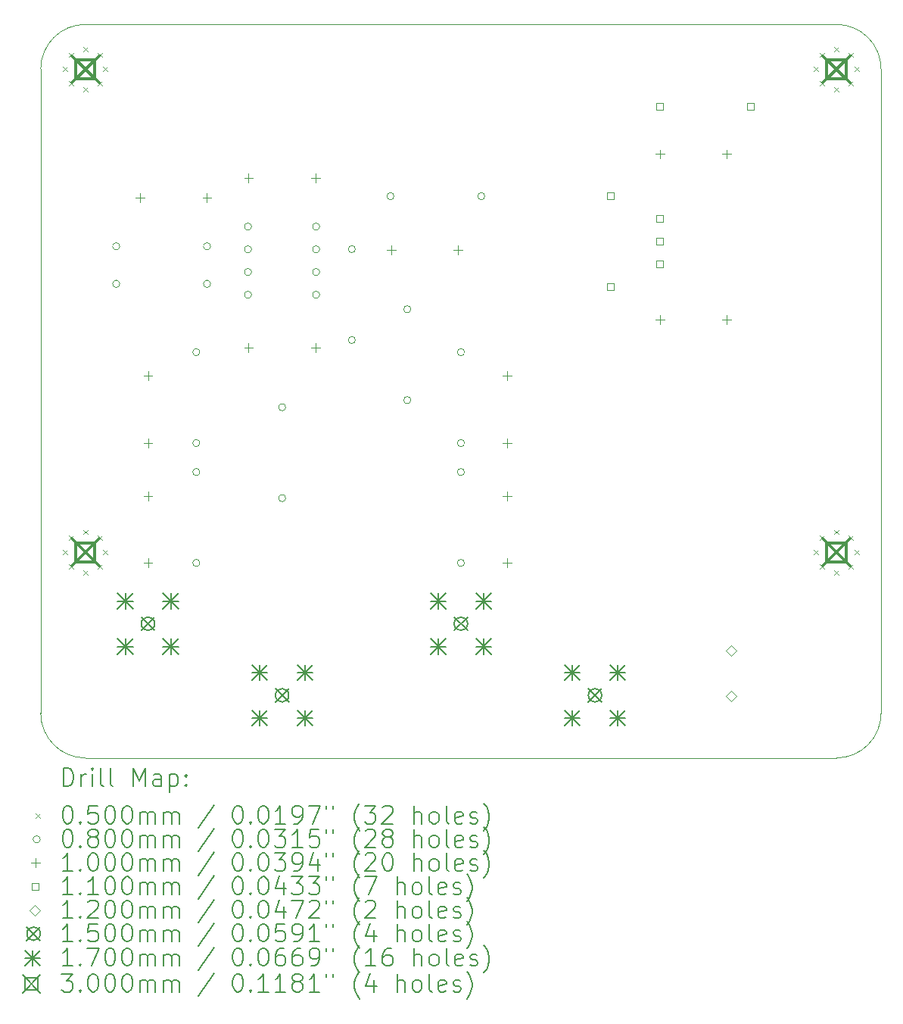
<source format=gbr>
%TF.GenerationSoftware,KiCad,Pcbnew,(6.0.11)*%
%TF.CreationDate,2023-02-06T13:50:28-06:00*%
%TF.ProjectId,InterferometerElectronics,496e7465-7266-4657-926f-6d6574657245,rev?*%
%TF.SameCoordinates,Original*%
%TF.FileFunction,Drillmap*%
%TF.FilePolarity,Positive*%
%FSLAX45Y45*%
G04 Gerber Fmt 4.5, Leading zero omitted, Abs format (unit mm)*
G04 Created by KiCad (PCBNEW (6.0.11)) date 2023-02-06 13:50:28*
%MOMM*%
%LPD*%
G01*
G04 APERTURE LIST*
%ADD10C,0.100000*%
%ADD11C,0.200000*%
%ADD12C,0.050000*%
%ADD13C,0.080000*%
%ADD14C,0.110000*%
%ADD15C,0.120000*%
%ADD16C,0.150000*%
%ADD17C,0.170000*%
%ADD18C,0.300000*%
G04 APERTURE END LIST*
D10*
X4800000Y-2800000D02*
X4800000Y-10000000D01*
X13700000Y-2300000D02*
X5300000Y-2300000D01*
X14200000Y-10000000D02*
X14200000Y-2800000D01*
X5300000Y-10500000D02*
X13700000Y-10500000D01*
X4800000Y-10000000D02*
G75*
G03*
X5300000Y-10500000I500000J0D01*
G01*
X13700000Y-10500000D02*
G75*
G03*
X14200000Y-10000000I0J500000D01*
G01*
X14200000Y-2800000D02*
G75*
G03*
X13700000Y-2300000I-500000J0D01*
G01*
X5300000Y-2300000D02*
G75*
G03*
X4800000Y-2800000I0J-500000D01*
G01*
D11*
D12*
X5050000Y-2775000D02*
X5100000Y-2825000D01*
X5100000Y-2775000D02*
X5050000Y-2825000D01*
X5050000Y-8175000D02*
X5100000Y-8225000D01*
X5100000Y-8175000D02*
X5050000Y-8225000D01*
X5115901Y-2615901D02*
X5165901Y-2665901D01*
X5165901Y-2615901D02*
X5115901Y-2665901D01*
X5115901Y-2934099D02*
X5165901Y-2984099D01*
X5165901Y-2934099D02*
X5115901Y-2984099D01*
X5115901Y-8015901D02*
X5165901Y-8065901D01*
X5165901Y-8015901D02*
X5115901Y-8065901D01*
X5115901Y-8334099D02*
X5165901Y-8384099D01*
X5165901Y-8334099D02*
X5115901Y-8384099D01*
X5275000Y-2550000D02*
X5325000Y-2600000D01*
X5325000Y-2550000D02*
X5275000Y-2600000D01*
X5275000Y-3000000D02*
X5325000Y-3050000D01*
X5325000Y-3000000D02*
X5275000Y-3050000D01*
X5275000Y-7950000D02*
X5325000Y-8000000D01*
X5325000Y-7950000D02*
X5275000Y-8000000D01*
X5275000Y-8400000D02*
X5325000Y-8450000D01*
X5325000Y-8400000D02*
X5275000Y-8450000D01*
X5434099Y-2615901D02*
X5484099Y-2665901D01*
X5484099Y-2615901D02*
X5434099Y-2665901D01*
X5434099Y-2934099D02*
X5484099Y-2984099D01*
X5484099Y-2934099D02*
X5434099Y-2984099D01*
X5434099Y-8015901D02*
X5484099Y-8065901D01*
X5484099Y-8015901D02*
X5434099Y-8065901D01*
X5434099Y-8334099D02*
X5484099Y-8384099D01*
X5484099Y-8334099D02*
X5434099Y-8384099D01*
X5500000Y-2775000D02*
X5550000Y-2825000D01*
X5550000Y-2775000D02*
X5500000Y-2825000D01*
X5500000Y-8175000D02*
X5550000Y-8225000D01*
X5550000Y-8175000D02*
X5500000Y-8225000D01*
X13450000Y-2775000D02*
X13500000Y-2825000D01*
X13500000Y-2775000D02*
X13450000Y-2825000D01*
X13450000Y-8175000D02*
X13500000Y-8225000D01*
X13500000Y-8175000D02*
X13450000Y-8225000D01*
X13515901Y-2615901D02*
X13565901Y-2665901D01*
X13565901Y-2615901D02*
X13515901Y-2665901D01*
X13515901Y-2934099D02*
X13565901Y-2984099D01*
X13565901Y-2934099D02*
X13515901Y-2984099D01*
X13515901Y-8015901D02*
X13565901Y-8065901D01*
X13565901Y-8015901D02*
X13515901Y-8065901D01*
X13515901Y-8334099D02*
X13565901Y-8384099D01*
X13565901Y-8334099D02*
X13515901Y-8384099D01*
X13675000Y-2550000D02*
X13725000Y-2600000D01*
X13725000Y-2550000D02*
X13675000Y-2600000D01*
X13675000Y-3000000D02*
X13725000Y-3050000D01*
X13725000Y-3000000D02*
X13675000Y-3050000D01*
X13675000Y-7950000D02*
X13725000Y-8000000D01*
X13725000Y-7950000D02*
X13675000Y-8000000D01*
X13675000Y-8400000D02*
X13725000Y-8450000D01*
X13725000Y-8400000D02*
X13675000Y-8450000D01*
X13834099Y-2615901D02*
X13884099Y-2665901D01*
X13884099Y-2615901D02*
X13834099Y-2665901D01*
X13834099Y-2934099D02*
X13884099Y-2984099D01*
X13884099Y-2934099D02*
X13834099Y-2984099D01*
X13834099Y-8015901D02*
X13884099Y-8065901D01*
X13884099Y-8015901D02*
X13834099Y-8065901D01*
X13834099Y-8334099D02*
X13884099Y-8384099D01*
X13884099Y-8334099D02*
X13834099Y-8384099D01*
X13900000Y-2775000D02*
X13950000Y-2825000D01*
X13950000Y-2775000D02*
X13900000Y-2825000D01*
X13900000Y-8175000D02*
X13950000Y-8225000D01*
X13950000Y-8175000D02*
X13900000Y-8225000D01*
D13*
X5684000Y-4780000D02*
G75*
G03*
X5684000Y-4780000I-40000J0D01*
G01*
X5684000Y-5200000D02*
G75*
G03*
X5684000Y-5200000I-40000J0D01*
G01*
X6580000Y-5964000D02*
G75*
G03*
X6580000Y-5964000I-40000J0D01*
G01*
X6580000Y-6980000D02*
G75*
G03*
X6580000Y-6980000I-40000J0D01*
G01*
X6580000Y-7304000D02*
G75*
G03*
X6580000Y-7304000I-40000J0D01*
G01*
X6580000Y-8320000D02*
G75*
G03*
X6580000Y-8320000I-40000J0D01*
G01*
X6700000Y-4780000D02*
G75*
G03*
X6700000Y-4780000I-40000J0D01*
G01*
X6700000Y-5200000D02*
G75*
G03*
X6700000Y-5200000I-40000J0D01*
G01*
X7158000Y-4560000D02*
G75*
G03*
X7158000Y-4560000I-40000J0D01*
G01*
X7158000Y-4814000D02*
G75*
G03*
X7158000Y-4814000I-40000J0D01*
G01*
X7158000Y-5068000D02*
G75*
G03*
X7158000Y-5068000I-40000J0D01*
G01*
X7158000Y-5322000D02*
G75*
G03*
X7158000Y-5322000I-40000J0D01*
G01*
X7540000Y-6580000D02*
G75*
G03*
X7540000Y-6580000I-40000J0D01*
G01*
X7540000Y-7596000D02*
G75*
G03*
X7540000Y-7596000I-40000J0D01*
G01*
X7920000Y-4560000D02*
G75*
G03*
X7920000Y-4560000I-40000J0D01*
G01*
X7920000Y-4814000D02*
G75*
G03*
X7920000Y-4814000I-40000J0D01*
G01*
X7920000Y-5068000D02*
G75*
G03*
X7920000Y-5068000I-40000J0D01*
G01*
X7920000Y-5322000D02*
G75*
G03*
X7920000Y-5322000I-40000J0D01*
G01*
X8320000Y-4812000D02*
G75*
G03*
X8320000Y-4812000I-40000J0D01*
G01*
X8320000Y-5828000D02*
G75*
G03*
X8320000Y-5828000I-40000J0D01*
G01*
X8752000Y-4220000D02*
G75*
G03*
X8752000Y-4220000I-40000J0D01*
G01*
X8940000Y-5484000D02*
G75*
G03*
X8940000Y-5484000I-40000J0D01*
G01*
X8940000Y-6500000D02*
G75*
G03*
X8940000Y-6500000I-40000J0D01*
G01*
X9540000Y-5964000D02*
G75*
G03*
X9540000Y-5964000I-40000J0D01*
G01*
X9540000Y-6980000D02*
G75*
G03*
X9540000Y-6980000I-40000J0D01*
G01*
X9540000Y-7304000D02*
G75*
G03*
X9540000Y-7304000I-40000J0D01*
G01*
X9540000Y-8320000D02*
G75*
G03*
X9540000Y-8320000I-40000J0D01*
G01*
X9768000Y-4220000D02*
G75*
G03*
X9768000Y-4220000I-40000J0D01*
G01*
D10*
X5910000Y-4190000D02*
X5910000Y-4290000D01*
X5860000Y-4240000D02*
X5960000Y-4240000D01*
X6000000Y-6180000D02*
X6000000Y-6280000D01*
X5950000Y-6230000D02*
X6050000Y-6230000D01*
X6000000Y-6930000D02*
X6000000Y-7030000D01*
X5950000Y-6980000D02*
X6050000Y-6980000D01*
X6000000Y-7520000D02*
X6000000Y-7620000D01*
X5950000Y-7570000D02*
X6050000Y-7570000D01*
X6000000Y-8270000D02*
X6000000Y-8370000D01*
X5950000Y-8320000D02*
X6050000Y-8320000D01*
X6660000Y-4190000D02*
X6660000Y-4290000D01*
X6610000Y-4240000D02*
X6710000Y-4240000D01*
X7125000Y-3965000D02*
X7125000Y-4065000D01*
X7075000Y-4015000D02*
X7175000Y-4015000D01*
X7125000Y-5865000D02*
X7125000Y-5965000D01*
X7075000Y-5915000D02*
X7175000Y-5915000D01*
X7875000Y-3965000D02*
X7875000Y-4065000D01*
X7825000Y-4015000D02*
X7925000Y-4015000D01*
X7875000Y-5865000D02*
X7875000Y-5965000D01*
X7825000Y-5915000D02*
X7925000Y-5915000D01*
X8720000Y-4770000D02*
X8720000Y-4870000D01*
X8670000Y-4820000D02*
X8770000Y-4820000D01*
X9470000Y-4770000D02*
X9470000Y-4870000D01*
X9420000Y-4820000D02*
X9520000Y-4820000D01*
X10020000Y-6180000D02*
X10020000Y-6280000D01*
X9970000Y-6230000D02*
X10070000Y-6230000D01*
X10020000Y-6930000D02*
X10020000Y-7030000D01*
X9970000Y-6980000D02*
X10070000Y-6980000D01*
X10020000Y-7520000D02*
X10020000Y-7620000D01*
X9970000Y-7570000D02*
X10070000Y-7570000D01*
X10020000Y-8270000D02*
X10020000Y-8370000D01*
X9970000Y-8320000D02*
X10070000Y-8320000D01*
X11725000Y-3700000D02*
X11725000Y-3800000D01*
X11675000Y-3750000D02*
X11775000Y-3750000D01*
X11725000Y-5550000D02*
X11725000Y-5650000D01*
X11675000Y-5600000D02*
X11775000Y-5600000D01*
X12475000Y-3700000D02*
X12475000Y-3800000D01*
X12425000Y-3750000D02*
X12525000Y-3750000D01*
X12475000Y-5550000D02*
X12475000Y-5650000D01*
X12425000Y-5600000D02*
X12525000Y-5600000D01*
D14*
X11213891Y-4255891D02*
X11213891Y-4178109D01*
X11136109Y-4178109D01*
X11136109Y-4255891D01*
X11213891Y-4255891D01*
X11213891Y-5271891D02*
X11213891Y-5194109D01*
X11136109Y-5194109D01*
X11136109Y-5271891D01*
X11213891Y-5271891D01*
X11758891Y-3258891D02*
X11758891Y-3181109D01*
X11681109Y-3181109D01*
X11681109Y-3258891D01*
X11758891Y-3258891D01*
X11763891Y-4509891D02*
X11763891Y-4432109D01*
X11686109Y-4432109D01*
X11686109Y-4509891D01*
X11763891Y-4509891D01*
X11763891Y-4763891D02*
X11763891Y-4686109D01*
X11686109Y-4686109D01*
X11686109Y-4763891D01*
X11763891Y-4763891D01*
X11763891Y-5017891D02*
X11763891Y-4940109D01*
X11686109Y-4940109D01*
X11686109Y-5017891D01*
X11763891Y-5017891D01*
X12774891Y-3258891D02*
X12774891Y-3181109D01*
X12697109Y-3181109D01*
X12697109Y-3258891D01*
X12774891Y-3258891D01*
D15*
X12520000Y-9360000D02*
X12580000Y-9300000D01*
X12520000Y-9240000D01*
X12460000Y-9300000D01*
X12520000Y-9360000D01*
X12520000Y-9868000D02*
X12580000Y-9808000D01*
X12520000Y-9748000D01*
X12460000Y-9808000D01*
X12520000Y-9868000D01*
D16*
X5925000Y-8925000D02*
X6075000Y-9075000D01*
X6075000Y-8925000D02*
X5925000Y-9075000D01*
X6075000Y-9000000D02*
G75*
G03*
X6075000Y-9000000I-75000J0D01*
G01*
X7425000Y-9725000D02*
X7575000Y-9875000D01*
X7575000Y-9725000D02*
X7425000Y-9875000D01*
X7575000Y-9800000D02*
G75*
G03*
X7575000Y-9800000I-75000J0D01*
G01*
X9425000Y-8925000D02*
X9575000Y-9075000D01*
X9575000Y-8925000D02*
X9425000Y-9075000D01*
X9575000Y-9000000D02*
G75*
G03*
X9575000Y-9000000I-75000J0D01*
G01*
X10925000Y-9725000D02*
X11075000Y-9875000D01*
X11075000Y-9725000D02*
X10925000Y-9875000D01*
X11075000Y-9800000D02*
G75*
G03*
X11075000Y-9800000I-75000J0D01*
G01*
D17*
X5661000Y-8661000D02*
X5831000Y-8831000D01*
X5831000Y-8661000D02*
X5661000Y-8831000D01*
X5746000Y-8661000D02*
X5746000Y-8831000D01*
X5661000Y-8746000D02*
X5831000Y-8746000D01*
X5661000Y-9169000D02*
X5831000Y-9339000D01*
X5831000Y-9169000D02*
X5661000Y-9339000D01*
X5746000Y-9169000D02*
X5746000Y-9339000D01*
X5661000Y-9254000D02*
X5831000Y-9254000D01*
X6169000Y-8661000D02*
X6339000Y-8831000D01*
X6339000Y-8661000D02*
X6169000Y-8831000D01*
X6254000Y-8661000D02*
X6254000Y-8831000D01*
X6169000Y-8746000D02*
X6339000Y-8746000D01*
X6169000Y-9169000D02*
X6339000Y-9339000D01*
X6339000Y-9169000D02*
X6169000Y-9339000D01*
X6254000Y-9169000D02*
X6254000Y-9339000D01*
X6169000Y-9254000D02*
X6339000Y-9254000D01*
X7161000Y-9461000D02*
X7331000Y-9631000D01*
X7331000Y-9461000D02*
X7161000Y-9631000D01*
X7246000Y-9461000D02*
X7246000Y-9631000D01*
X7161000Y-9546000D02*
X7331000Y-9546000D01*
X7161000Y-9969000D02*
X7331000Y-10139000D01*
X7331000Y-9969000D02*
X7161000Y-10139000D01*
X7246000Y-9969000D02*
X7246000Y-10139000D01*
X7161000Y-10054000D02*
X7331000Y-10054000D01*
X7669000Y-9461000D02*
X7839000Y-9631000D01*
X7839000Y-9461000D02*
X7669000Y-9631000D01*
X7754000Y-9461000D02*
X7754000Y-9631000D01*
X7669000Y-9546000D02*
X7839000Y-9546000D01*
X7669000Y-9969000D02*
X7839000Y-10139000D01*
X7839000Y-9969000D02*
X7669000Y-10139000D01*
X7754000Y-9969000D02*
X7754000Y-10139000D01*
X7669000Y-10054000D02*
X7839000Y-10054000D01*
X9161000Y-8661000D02*
X9331000Y-8831000D01*
X9331000Y-8661000D02*
X9161000Y-8831000D01*
X9246000Y-8661000D02*
X9246000Y-8831000D01*
X9161000Y-8746000D02*
X9331000Y-8746000D01*
X9161000Y-9169000D02*
X9331000Y-9339000D01*
X9331000Y-9169000D02*
X9161000Y-9339000D01*
X9246000Y-9169000D02*
X9246000Y-9339000D01*
X9161000Y-9254000D02*
X9331000Y-9254000D01*
X9669000Y-8661000D02*
X9839000Y-8831000D01*
X9839000Y-8661000D02*
X9669000Y-8831000D01*
X9754000Y-8661000D02*
X9754000Y-8831000D01*
X9669000Y-8746000D02*
X9839000Y-8746000D01*
X9669000Y-9169000D02*
X9839000Y-9339000D01*
X9839000Y-9169000D02*
X9669000Y-9339000D01*
X9754000Y-9169000D02*
X9754000Y-9339000D01*
X9669000Y-9254000D02*
X9839000Y-9254000D01*
X10661000Y-9461000D02*
X10831000Y-9631000D01*
X10831000Y-9461000D02*
X10661000Y-9631000D01*
X10746000Y-9461000D02*
X10746000Y-9631000D01*
X10661000Y-9546000D02*
X10831000Y-9546000D01*
X10661000Y-9969000D02*
X10831000Y-10139000D01*
X10831000Y-9969000D02*
X10661000Y-10139000D01*
X10746000Y-9969000D02*
X10746000Y-10139000D01*
X10661000Y-10054000D02*
X10831000Y-10054000D01*
X11169000Y-9461000D02*
X11339000Y-9631000D01*
X11339000Y-9461000D02*
X11169000Y-9631000D01*
X11254000Y-9461000D02*
X11254000Y-9631000D01*
X11169000Y-9546000D02*
X11339000Y-9546000D01*
X11169000Y-9969000D02*
X11339000Y-10139000D01*
X11339000Y-9969000D02*
X11169000Y-10139000D01*
X11254000Y-9969000D02*
X11254000Y-10139000D01*
X11169000Y-10054000D02*
X11339000Y-10054000D01*
D18*
X5150000Y-2650000D02*
X5450000Y-2950000D01*
X5450000Y-2650000D02*
X5150000Y-2950000D01*
X5406067Y-2906067D02*
X5406067Y-2693933D01*
X5193933Y-2693933D01*
X5193933Y-2906067D01*
X5406067Y-2906067D01*
X5150000Y-8050000D02*
X5450000Y-8350000D01*
X5450000Y-8050000D02*
X5150000Y-8350000D01*
X5406067Y-8306067D02*
X5406067Y-8093933D01*
X5193933Y-8093933D01*
X5193933Y-8306067D01*
X5406067Y-8306067D01*
X13550000Y-2650000D02*
X13850000Y-2950000D01*
X13850000Y-2650000D02*
X13550000Y-2950000D01*
X13806067Y-2906067D02*
X13806067Y-2693933D01*
X13593933Y-2693933D01*
X13593933Y-2906067D01*
X13806067Y-2906067D01*
X13550000Y-8050000D02*
X13850000Y-8350000D01*
X13850000Y-8050000D02*
X13550000Y-8350000D01*
X13806067Y-8306067D02*
X13806067Y-8093933D01*
X13593933Y-8093933D01*
X13593933Y-8306067D01*
X13806067Y-8306067D01*
D11*
X5052619Y-10815476D02*
X5052619Y-10615476D01*
X5100238Y-10615476D01*
X5128810Y-10625000D01*
X5147857Y-10644048D01*
X5157381Y-10663095D01*
X5166905Y-10701190D01*
X5166905Y-10729762D01*
X5157381Y-10767857D01*
X5147857Y-10786905D01*
X5128810Y-10805952D01*
X5100238Y-10815476D01*
X5052619Y-10815476D01*
X5252619Y-10815476D02*
X5252619Y-10682143D01*
X5252619Y-10720238D02*
X5262143Y-10701190D01*
X5271667Y-10691667D01*
X5290714Y-10682143D01*
X5309762Y-10682143D01*
X5376429Y-10815476D02*
X5376429Y-10682143D01*
X5376429Y-10615476D02*
X5366905Y-10625000D01*
X5376429Y-10634524D01*
X5385952Y-10625000D01*
X5376429Y-10615476D01*
X5376429Y-10634524D01*
X5500238Y-10815476D02*
X5481190Y-10805952D01*
X5471667Y-10786905D01*
X5471667Y-10615476D01*
X5605000Y-10815476D02*
X5585952Y-10805952D01*
X5576429Y-10786905D01*
X5576429Y-10615476D01*
X5833571Y-10815476D02*
X5833571Y-10615476D01*
X5900238Y-10758333D01*
X5966905Y-10615476D01*
X5966905Y-10815476D01*
X6147857Y-10815476D02*
X6147857Y-10710714D01*
X6138333Y-10691667D01*
X6119286Y-10682143D01*
X6081190Y-10682143D01*
X6062143Y-10691667D01*
X6147857Y-10805952D02*
X6128809Y-10815476D01*
X6081190Y-10815476D01*
X6062143Y-10805952D01*
X6052619Y-10786905D01*
X6052619Y-10767857D01*
X6062143Y-10748810D01*
X6081190Y-10739286D01*
X6128809Y-10739286D01*
X6147857Y-10729762D01*
X6243095Y-10682143D02*
X6243095Y-10882143D01*
X6243095Y-10691667D02*
X6262143Y-10682143D01*
X6300238Y-10682143D01*
X6319286Y-10691667D01*
X6328809Y-10701190D01*
X6338333Y-10720238D01*
X6338333Y-10777381D01*
X6328809Y-10796429D01*
X6319286Y-10805952D01*
X6300238Y-10815476D01*
X6262143Y-10815476D01*
X6243095Y-10805952D01*
X6424048Y-10796429D02*
X6433571Y-10805952D01*
X6424048Y-10815476D01*
X6414524Y-10805952D01*
X6424048Y-10796429D01*
X6424048Y-10815476D01*
X6424048Y-10691667D02*
X6433571Y-10701190D01*
X6424048Y-10710714D01*
X6414524Y-10701190D01*
X6424048Y-10691667D01*
X6424048Y-10710714D01*
D12*
X4745000Y-11120000D02*
X4795000Y-11170000D01*
X4795000Y-11120000D02*
X4745000Y-11170000D01*
D11*
X5090714Y-11035476D02*
X5109762Y-11035476D01*
X5128810Y-11045000D01*
X5138333Y-11054524D01*
X5147857Y-11073571D01*
X5157381Y-11111667D01*
X5157381Y-11159286D01*
X5147857Y-11197381D01*
X5138333Y-11216428D01*
X5128810Y-11225952D01*
X5109762Y-11235476D01*
X5090714Y-11235476D01*
X5071667Y-11225952D01*
X5062143Y-11216428D01*
X5052619Y-11197381D01*
X5043095Y-11159286D01*
X5043095Y-11111667D01*
X5052619Y-11073571D01*
X5062143Y-11054524D01*
X5071667Y-11045000D01*
X5090714Y-11035476D01*
X5243095Y-11216428D02*
X5252619Y-11225952D01*
X5243095Y-11235476D01*
X5233571Y-11225952D01*
X5243095Y-11216428D01*
X5243095Y-11235476D01*
X5433571Y-11035476D02*
X5338333Y-11035476D01*
X5328810Y-11130714D01*
X5338333Y-11121190D01*
X5357381Y-11111667D01*
X5405000Y-11111667D01*
X5424048Y-11121190D01*
X5433571Y-11130714D01*
X5443095Y-11149762D01*
X5443095Y-11197381D01*
X5433571Y-11216428D01*
X5424048Y-11225952D01*
X5405000Y-11235476D01*
X5357381Y-11235476D01*
X5338333Y-11225952D01*
X5328810Y-11216428D01*
X5566905Y-11035476D02*
X5585952Y-11035476D01*
X5605000Y-11045000D01*
X5614524Y-11054524D01*
X5624048Y-11073571D01*
X5633571Y-11111667D01*
X5633571Y-11159286D01*
X5624048Y-11197381D01*
X5614524Y-11216428D01*
X5605000Y-11225952D01*
X5585952Y-11235476D01*
X5566905Y-11235476D01*
X5547857Y-11225952D01*
X5538333Y-11216428D01*
X5528810Y-11197381D01*
X5519286Y-11159286D01*
X5519286Y-11111667D01*
X5528810Y-11073571D01*
X5538333Y-11054524D01*
X5547857Y-11045000D01*
X5566905Y-11035476D01*
X5757381Y-11035476D02*
X5776428Y-11035476D01*
X5795476Y-11045000D01*
X5805000Y-11054524D01*
X5814524Y-11073571D01*
X5824048Y-11111667D01*
X5824048Y-11159286D01*
X5814524Y-11197381D01*
X5805000Y-11216428D01*
X5795476Y-11225952D01*
X5776428Y-11235476D01*
X5757381Y-11235476D01*
X5738333Y-11225952D01*
X5728809Y-11216428D01*
X5719286Y-11197381D01*
X5709762Y-11159286D01*
X5709762Y-11111667D01*
X5719286Y-11073571D01*
X5728809Y-11054524D01*
X5738333Y-11045000D01*
X5757381Y-11035476D01*
X5909762Y-11235476D02*
X5909762Y-11102143D01*
X5909762Y-11121190D02*
X5919286Y-11111667D01*
X5938333Y-11102143D01*
X5966905Y-11102143D01*
X5985952Y-11111667D01*
X5995476Y-11130714D01*
X5995476Y-11235476D01*
X5995476Y-11130714D02*
X6005000Y-11111667D01*
X6024048Y-11102143D01*
X6052619Y-11102143D01*
X6071667Y-11111667D01*
X6081190Y-11130714D01*
X6081190Y-11235476D01*
X6176428Y-11235476D02*
X6176428Y-11102143D01*
X6176428Y-11121190D02*
X6185952Y-11111667D01*
X6205000Y-11102143D01*
X6233571Y-11102143D01*
X6252619Y-11111667D01*
X6262143Y-11130714D01*
X6262143Y-11235476D01*
X6262143Y-11130714D02*
X6271667Y-11111667D01*
X6290714Y-11102143D01*
X6319286Y-11102143D01*
X6338333Y-11111667D01*
X6347857Y-11130714D01*
X6347857Y-11235476D01*
X6738333Y-11025952D02*
X6566905Y-11283095D01*
X6995476Y-11035476D02*
X7014524Y-11035476D01*
X7033571Y-11045000D01*
X7043095Y-11054524D01*
X7052619Y-11073571D01*
X7062143Y-11111667D01*
X7062143Y-11159286D01*
X7052619Y-11197381D01*
X7043095Y-11216428D01*
X7033571Y-11225952D01*
X7014524Y-11235476D01*
X6995476Y-11235476D01*
X6976428Y-11225952D01*
X6966905Y-11216428D01*
X6957381Y-11197381D01*
X6947857Y-11159286D01*
X6947857Y-11111667D01*
X6957381Y-11073571D01*
X6966905Y-11054524D01*
X6976428Y-11045000D01*
X6995476Y-11035476D01*
X7147857Y-11216428D02*
X7157381Y-11225952D01*
X7147857Y-11235476D01*
X7138333Y-11225952D01*
X7147857Y-11216428D01*
X7147857Y-11235476D01*
X7281190Y-11035476D02*
X7300238Y-11035476D01*
X7319286Y-11045000D01*
X7328809Y-11054524D01*
X7338333Y-11073571D01*
X7347857Y-11111667D01*
X7347857Y-11159286D01*
X7338333Y-11197381D01*
X7328809Y-11216428D01*
X7319286Y-11225952D01*
X7300238Y-11235476D01*
X7281190Y-11235476D01*
X7262143Y-11225952D01*
X7252619Y-11216428D01*
X7243095Y-11197381D01*
X7233571Y-11159286D01*
X7233571Y-11111667D01*
X7243095Y-11073571D01*
X7252619Y-11054524D01*
X7262143Y-11045000D01*
X7281190Y-11035476D01*
X7538333Y-11235476D02*
X7424048Y-11235476D01*
X7481190Y-11235476D02*
X7481190Y-11035476D01*
X7462143Y-11064048D01*
X7443095Y-11083095D01*
X7424048Y-11092619D01*
X7633571Y-11235476D02*
X7671667Y-11235476D01*
X7690714Y-11225952D01*
X7700238Y-11216428D01*
X7719286Y-11187857D01*
X7728809Y-11149762D01*
X7728809Y-11073571D01*
X7719286Y-11054524D01*
X7709762Y-11045000D01*
X7690714Y-11035476D01*
X7652619Y-11035476D01*
X7633571Y-11045000D01*
X7624048Y-11054524D01*
X7614524Y-11073571D01*
X7614524Y-11121190D01*
X7624048Y-11140238D01*
X7633571Y-11149762D01*
X7652619Y-11159286D01*
X7690714Y-11159286D01*
X7709762Y-11149762D01*
X7719286Y-11140238D01*
X7728809Y-11121190D01*
X7795476Y-11035476D02*
X7928809Y-11035476D01*
X7843095Y-11235476D01*
X7995476Y-11035476D02*
X7995476Y-11073571D01*
X8071667Y-11035476D02*
X8071667Y-11073571D01*
X8366905Y-11311667D02*
X8357381Y-11302143D01*
X8338333Y-11273571D01*
X8328809Y-11254524D01*
X8319286Y-11225952D01*
X8309762Y-11178333D01*
X8309762Y-11140238D01*
X8319286Y-11092619D01*
X8328809Y-11064048D01*
X8338333Y-11045000D01*
X8357381Y-11016429D01*
X8366905Y-11006905D01*
X8424048Y-11035476D02*
X8547857Y-11035476D01*
X8481190Y-11111667D01*
X8509762Y-11111667D01*
X8528810Y-11121190D01*
X8538333Y-11130714D01*
X8547857Y-11149762D01*
X8547857Y-11197381D01*
X8538333Y-11216428D01*
X8528810Y-11225952D01*
X8509762Y-11235476D01*
X8452619Y-11235476D01*
X8433571Y-11225952D01*
X8424048Y-11216428D01*
X8624048Y-11054524D02*
X8633571Y-11045000D01*
X8652619Y-11035476D01*
X8700238Y-11035476D01*
X8719286Y-11045000D01*
X8728810Y-11054524D01*
X8738333Y-11073571D01*
X8738333Y-11092619D01*
X8728810Y-11121190D01*
X8614524Y-11235476D01*
X8738333Y-11235476D01*
X8976429Y-11235476D02*
X8976429Y-11035476D01*
X9062143Y-11235476D02*
X9062143Y-11130714D01*
X9052619Y-11111667D01*
X9033571Y-11102143D01*
X9005000Y-11102143D01*
X8985952Y-11111667D01*
X8976429Y-11121190D01*
X9185952Y-11235476D02*
X9166905Y-11225952D01*
X9157381Y-11216428D01*
X9147857Y-11197381D01*
X9147857Y-11140238D01*
X9157381Y-11121190D01*
X9166905Y-11111667D01*
X9185952Y-11102143D01*
X9214524Y-11102143D01*
X9233571Y-11111667D01*
X9243095Y-11121190D01*
X9252619Y-11140238D01*
X9252619Y-11197381D01*
X9243095Y-11216428D01*
X9233571Y-11225952D01*
X9214524Y-11235476D01*
X9185952Y-11235476D01*
X9366905Y-11235476D02*
X9347857Y-11225952D01*
X9338333Y-11206905D01*
X9338333Y-11035476D01*
X9519286Y-11225952D02*
X9500238Y-11235476D01*
X9462143Y-11235476D01*
X9443095Y-11225952D01*
X9433571Y-11206905D01*
X9433571Y-11130714D01*
X9443095Y-11111667D01*
X9462143Y-11102143D01*
X9500238Y-11102143D01*
X9519286Y-11111667D01*
X9528810Y-11130714D01*
X9528810Y-11149762D01*
X9433571Y-11168810D01*
X9605000Y-11225952D02*
X9624048Y-11235476D01*
X9662143Y-11235476D01*
X9681190Y-11225952D01*
X9690714Y-11206905D01*
X9690714Y-11197381D01*
X9681190Y-11178333D01*
X9662143Y-11168810D01*
X9633571Y-11168810D01*
X9614524Y-11159286D01*
X9605000Y-11140238D01*
X9605000Y-11130714D01*
X9614524Y-11111667D01*
X9633571Y-11102143D01*
X9662143Y-11102143D01*
X9681190Y-11111667D01*
X9757381Y-11311667D02*
X9766905Y-11302143D01*
X9785952Y-11273571D01*
X9795476Y-11254524D01*
X9805000Y-11225952D01*
X9814524Y-11178333D01*
X9814524Y-11140238D01*
X9805000Y-11092619D01*
X9795476Y-11064048D01*
X9785952Y-11045000D01*
X9766905Y-11016429D01*
X9757381Y-11006905D01*
D13*
X4795000Y-11409000D02*
G75*
G03*
X4795000Y-11409000I-40000J0D01*
G01*
D11*
X5090714Y-11299476D02*
X5109762Y-11299476D01*
X5128810Y-11309000D01*
X5138333Y-11318524D01*
X5147857Y-11337571D01*
X5157381Y-11375667D01*
X5157381Y-11423286D01*
X5147857Y-11461381D01*
X5138333Y-11480428D01*
X5128810Y-11489952D01*
X5109762Y-11499476D01*
X5090714Y-11499476D01*
X5071667Y-11489952D01*
X5062143Y-11480428D01*
X5052619Y-11461381D01*
X5043095Y-11423286D01*
X5043095Y-11375667D01*
X5052619Y-11337571D01*
X5062143Y-11318524D01*
X5071667Y-11309000D01*
X5090714Y-11299476D01*
X5243095Y-11480428D02*
X5252619Y-11489952D01*
X5243095Y-11499476D01*
X5233571Y-11489952D01*
X5243095Y-11480428D01*
X5243095Y-11499476D01*
X5366905Y-11385190D02*
X5347857Y-11375667D01*
X5338333Y-11366143D01*
X5328810Y-11347095D01*
X5328810Y-11337571D01*
X5338333Y-11318524D01*
X5347857Y-11309000D01*
X5366905Y-11299476D01*
X5405000Y-11299476D01*
X5424048Y-11309000D01*
X5433571Y-11318524D01*
X5443095Y-11337571D01*
X5443095Y-11347095D01*
X5433571Y-11366143D01*
X5424048Y-11375667D01*
X5405000Y-11385190D01*
X5366905Y-11385190D01*
X5347857Y-11394714D01*
X5338333Y-11404238D01*
X5328810Y-11423286D01*
X5328810Y-11461381D01*
X5338333Y-11480428D01*
X5347857Y-11489952D01*
X5366905Y-11499476D01*
X5405000Y-11499476D01*
X5424048Y-11489952D01*
X5433571Y-11480428D01*
X5443095Y-11461381D01*
X5443095Y-11423286D01*
X5433571Y-11404238D01*
X5424048Y-11394714D01*
X5405000Y-11385190D01*
X5566905Y-11299476D02*
X5585952Y-11299476D01*
X5605000Y-11309000D01*
X5614524Y-11318524D01*
X5624048Y-11337571D01*
X5633571Y-11375667D01*
X5633571Y-11423286D01*
X5624048Y-11461381D01*
X5614524Y-11480428D01*
X5605000Y-11489952D01*
X5585952Y-11499476D01*
X5566905Y-11499476D01*
X5547857Y-11489952D01*
X5538333Y-11480428D01*
X5528810Y-11461381D01*
X5519286Y-11423286D01*
X5519286Y-11375667D01*
X5528810Y-11337571D01*
X5538333Y-11318524D01*
X5547857Y-11309000D01*
X5566905Y-11299476D01*
X5757381Y-11299476D02*
X5776428Y-11299476D01*
X5795476Y-11309000D01*
X5805000Y-11318524D01*
X5814524Y-11337571D01*
X5824048Y-11375667D01*
X5824048Y-11423286D01*
X5814524Y-11461381D01*
X5805000Y-11480428D01*
X5795476Y-11489952D01*
X5776428Y-11499476D01*
X5757381Y-11499476D01*
X5738333Y-11489952D01*
X5728809Y-11480428D01*
X5719286Y-11461381D01*
X5709762Y-11423286D01*
X5709762Y-11375667D01*
X5719286Y-11337571D01*
X5728809Y-11318524D01*
X5738333Y-11309000D01*
X5757381Y-11299476D01*
X5909762Y-11499476D02*
X5909762Y-11366143D01*
X5909762Y-11385190D02*
X5919286Y-11375667D01*
X5938333Y-11366143D01*
X5966905Y-11366143D01*
X5985952Y-11375667D01*
X5995476Y-11394714D01*
X5995476Y-11499476D01*
X5995476Y-11394714D02*
X6005000Y-11375667D01*
X6024048Y-11366143D01*
X6052619Y-11366143D01*
X6071667Y-11375667D01*
X6081190Y-11394714D01*
X6081190Y-11499476D01*
X6176428Y-11499476D02*
X6176428Y-11366143D01*
X6176428Y-11385190D02*
X6185952Y-11375667D01*
X6205000Y-11366143D01*
X6233571Y-11366143D01*
X6252619Y-11375667D01*
X6262143Y-11394714D01*
X6262143Y-11499476D01*
X6262143Y-11394714D02*
X6271667Y-11375667D01*
X6290714Y-11366143D01*
X6319286Y-11366143D01*
X6338333Y-11375667D01*
X6347857Y-11394714D01*
X6347857Y-11499476D01*
X6738333Y-11289952D02*
X6566905Y-11547095D01*
X6995476Y-11299476D02*
X7014524Y-11299476D01*
X7033571Y-11309000D01*
X7043095Y-11318524D01*
X7052619Y-11337571D01*
X7062143Y-11375667D01*
X7062143Y-11423286D01*
X7052619Y-11461381D01*
X7043095Y-11480428D01*
X7033571Y-11489952D01*
X7014524Y-11499476D01*
X6995476Y-11499476D01*
X6976428Y-11489952D01*
X6966905Y-11480428D01*
X6957381Y-11461381D01*
X6947857Y-11423286D01*
X6947857Y-11375667D01*
X6957381Y-11337571D01*
X6966905Y-11318524D01*
X6976428Y-11309000D01*
X6995476Y-11299476D01*
X7147857Y-11480428D02*
X7157381Y-11489952D01*
X7147857Y-11499476D01*
X7138333Y-11489952D01*
X7147857Y-11480428D01*
X7147857Y-11499476D01*
X7281190Y-11299476D02*
X7300238Y-11299476D01*
X7319286Y-11309000D01*
X7328809Y-11318524D01*
X7338333Y-11337571D01*
X7347857Y-11375667D01*
X7347857Y-11423286D01*
X7338333Y-11461381D01*
X7328809Y-11480428D01*
X7319286Y-11489952D01*
X7300238Y-11499476D01*
X7281190Y-11499476D01*
X7262143Y-11489952D01*
X7252619Y-11480428D01*
X7243095Y-11461381D01*
X7233571Y-11423286D01*
X7233571Y-11375667D01*
X7243095Y-11337571D01*
X7252619Y-11318524D01*
X7262143Y-11309000D01*
X7281190Y-11299476D01*
X7414524Y-11299476D02*
X7538333Y-11299476D01*
X7471667Y-11375667D01*
X7500238Y-11375667D01*
X7519286Y-11385190D01*
X7528809Y-11394714D01*
X7538333Y-11413762D01*
X7538333Y-11461381D01*
X7528809Y-11480428D01*
X7519286Y-11489952D01*
X7500238Y-11499476D01*
X7443095Y-11499476D01*
X7424048Y-11489952D01*
X7414524Y-11480428D01*
X7728809Y-11499476D02*
X7614524Y-11499476D01*
X7671667Y-11499476D02*
X7671667Y-11299476D01*
X7652619Y-11328048D01*
X7633571Y-11347095D01*
X7614524Y-11356619D01*
X7909762Y-11299476D02*
X7814524Y-11299476D01*
X7805000Y-11394714D01*
X7814524Y-11385190D01*
X7833571Y-11375667D01*
X7881190Y-11375667D01*
X7900238Y-11385190D01*
X7909762Y-11394714D01*
X7919286Y-11413762D01*
X7919286Y-11461381D01*
X7909762Y-11480428D01*
X7900238Y-11489952D01*
X7881190Y-11499476D01*
X7833571Y-11499476D01*
X7814524Y-11489952D01*
X7805000Y-11480428D01*
X7995476Y-11299476D02*
X7995476Y-11337571D01*
X8071667Y-11299476D02*
X8071667Y-11337571D01*
X8366905Y-11575667D02*
X8357381Y-11566143D01*
X8338333Y-11537571D01*
X8328809Y-11518524D01*
X8319286Y-11489952D01*
X8309762Y-11442333D01*
X8309762Y-11404238D01*
X8319286Y-11356619D01*
X8328809Y-11328048D01*
X8338333Y-11309000D01*
X8357381Y-11280428D01*
X8366905Y-11270905D01*
X8433571Y-11318524D02*
X8443095Y-11309000D01*
X8462143Y-11299476D01*
X8509762Y-11299476D01*
X8528810Y-11309000D01*
X8538333Y-11318524D01*
X8547857Y-11337571D01*
X8547857Y-11356619D01*
X8538333Y-11385190D01*
X8424048Y-11499476D01*
X8547857Y-11499476D01*
X8662143Y-11385190D02*
X8643095Y-11375667D01*
X8633571Y-11366143D01*
X8624048Y-11347095D01*
X8624048Y-11337571D01*
X8633571Y-11318524D01*
X8643095Y-11309000D01*
X8662143Y-11299476D01*
X8700238Y-11299476D01*
X8719286Y-11309000D01*
X8728810Y-11318524D01*
X8738333Y-11337571D01*
X8738333Y-11347095D01*
X8728810Y-11366143D01*
X8719286Y-11375667D01*
X8700238Y-11385190D01*
X8662143Y-11385190D01*
X8643095Y-11394714D01*
X8633571Y-11404238D01*
X8624048Y-11423286D01*
X8624048Y-11461381D01*
X8633571Y-11480428D01*
X8643095Y-11489952D01*
X8662143Y-11499476D01*
X8700238Y-11499476D01*
X8719286Y-11489952D01*
X8728810Y-11480428D01*
X8738333Y-11461381D01*
X8738333Y-11423286D01*
X8728810Y-11404238D01*
X8719286Y-11394714D01*
X8700238Y-11385190D01*
X8976429Y-11499476D02*
X8976429Y-11299476D01*
X9062143Y-11499476D02*
X9062143Y-11394714D01*
X9052619Y-11375667D01*
X9033571Y-11366143D01*
X9005000Y-11366143D01*
X8985952Y-11375667D01*
X8976429Y-11385190D01*
X9185952Y-11499476D02*
X9166905Y-11489952D01*
X9157381Y-11480428D01*
X9147857Y-11461381D01*
X9147857Y-11404238D01*
X9157381Y-11385190D01*
X9166905Y-11375667D01*
X9185952Y-11366143D01*
X9214524Y-11366143D01*
X9233571Y-11375667D01*
X9243095Y-11385190D01*
X9252619Y-11404238D01*
X9252619Y-11461381D01*
X9243095Y-11480428D01*
X9233571Y-11489952D01*
X9214524Y-11499476D01*
X9185952Y-11499476D01*
X9366905Y-11499476D02*
X9347857Y-11489952D01*
X9338333Y-11470905D01*
X9338333Y-11299476D01*
X9519286Y-11489952D02*
X9500238Y-11499476D01*
X9462143Y-11499476D01*
X9443095Y-11489952D01*
X9433571Y-11470905D01*
X9433571Y-11394714D01*
X9443095Y-11375667D01*
X9462143Y-11366143D01*
X9500238Y-11366143D01*
X9519286Y-11375667D01*
X9528810Y-11394714D01*
X9528810Y-11413762D01*
X9433571Y-11432809D01*
X9605000Y-11489952D02*
X9624048Y-11499476D01*
X9662143Y-11499476D01*
X9681190Y-11489952D01*
X9690714Y-11470905D01*
X9690714Y-11461381D01*
X9681190Y-11442333D01*
X9662143Y-11432809D01*
X9633571Y-11432809D01*
X9614524Y-11423286D01*
X9605000Y-11404238D01*
X9605000Y-11394714D01*
X9614524Y-11375667D01*
X9633571Y-11366143D01*
X9662143Y-11366143D01*
X9681190Y-11375667D01*
X9757381Y-11575667D02*
X9766905Y-11566143D01*
X9785952Y-11537571D01*
X9795476Y-11518524D01*
X9805000Y-11489952D01*
X9814524Y-11442333D01*
X9814524Y-11404238D01*
X9805000Y-11356619D01*
X9795476Y-11328048D01*
X9785952Y-11309000D01*
X9766905Y-11280428D01*
X9757381Y-11270905D01*
D10*
X4745000Y-11623000D02*
X4745000Y-11723000D01*
X4695000Y-11673000D02*
X4795000Y-11673000D01*
D11*
X5157381Y-11763476D02*
X5043095Y-11763476D01*
X5100238Y-11763476D02*
X5100238Y-11563476D01*
X5081190Y-11592048D01*
X5062143Y-11611095D01*
X5043095Y-11620619D01*
X5243095Y-11744428D02*
X5252619Y-11753952D01*
X5243095Y-11763476D01*
X5233571Y-11753952D01*
X5243095Y-11744428D01*
X5243095Y-11763476D01*
X5376429Y-11563476D02*
X5395476Y-11563476D01*
X5414524Y-11573000D01*
X5424048Y-11582524D01*
X5433571Y-11601571D01*
X5443095Y-11639667D01*
X5443095Y-11687286D01*
X5433571Y-11725381D01*
X5424048Y-11744428D01*
X5414524Y-11753952D01*
X5395476Y-11763476D01*
X5376429Y-11763476D01*
X5357381Y-11753952D01*
X5347857Y-11744428D01*
X5338333Y-11725381D01*
X5328810Y-11687286D01*
X5328810Y-11639667D01*
X5338333Y-11601571D01*
X5347857Y-11582524D01*
X5357381Y-11573000D01*
X5376429Y-11563476D01*
X5566905Y-11563476D02*
X5585952Y-11563476D01*
X5605000Y-11573000D01*
X5614524Y-11582524D01*
X5624048Y-11601571D01*
X5633571Y-11639667D01*
X5633571Y-11687286D01*
X5624048Y-11725381D01*
X5614524Y-11744428D01*
X5605000Y-11753952D01*
X5585952Y-11763476D01*
X5566905Y-11763476D01*
X5547857Y-11753952D01*
X5538333Y-11744428D01*
X5528810Y-11725381D01*
X5519286Y-11687286D01*
X5519286Y-11639667D01*
X5528810Y-11601571D01*
X5538333Y-11582524D01*
X5547857Y-11573000D01*
X5566905Y-11563476D01*
X5757381Y-11563476D02*
X5776428Y-11563476D01*
X5795476Y-11573000D01*
X5805000Y-11582524D01*
X5814524Y-11601571D01*
X5824048Y-11639667D01*
X5824048Y-11687286D01*
X5814524Y-11725381D01*
X5805000Y-11744428D01*
X5795476Y-11753952D01*
X5776428Y-11763476D01*
X5757381Y-11763476D01*
X5738333Y-11753952D01*
X5728809Y-11744428D01*
X5719286Y-11725381D01*
X5709762Y-11687286D01*
X5709762Y-11639667D01*
X5719286Y-11601571D01*
X5728809Y-11582524D01*
X5738333Y-11573000D01*
X5757381Y-11563476D01*
X5909762Y-11763476D02*
X5909762Y-11630143D01*
X5909762Y-11649190D02*
X5919286Y-11639667D01*
X5938333Y-11630143D01*
X5966905Y-11630143D01*
X5985952Y-11639667D01*
X5995476Y-11658714D01*
X5995476Y-11763476D01*
X5995476Y-11658714D02*
X6005000Y-11639667D01*
X6024048Y-11630143D01*
X6052619Y-11630143D01*
X6071667Y-11639667D01*
X6081190Y-11658714D01*
X6081190Y-11763476D01*
X6176428Y-11763476D02*
X6176428Y-11630143D01*
X6176428Y-11649190D02*
X6185952Y-11639667D01*
X6205000Y-11630143D01*
X6233571Y-11630143D01*
X6252619Y-11639667D01*
X6262143Y-11658714D01*
X6262143Y-11763476D01*
X6262143Y-11658714D02*
X6271667Y-11639667D01*
X6290714Y-11630143D01*
X6319286Y-11630143D01*
X6338333Y-11639667D01*
X6347857Y-11658714D01*
X6347857Y-11763476D01*
X6738333Y-11553952D02*
X6566905Y-11811095D01*
X6995476Y-11563476D02*
X7014524Y-11563476D01*
X7033571Y-11573000D01*
X7043095Y-11582524D01*
X7052619Y-11601571D01*
X7062143Y-11639667D01*
X7062143Y-11687286D01*
X7052619Y-11725381D01*
X7043095Y-11744428D01*
X7033571Y-11753952D01*
X7014524Y-11763476D01*
X6995476Y-11763476D01*
X6976428Y-11753952D01*
X6966905Y-11744428D01*
X6957381Y-11725381D01*
X6947857Y-11687286D01*
X6947857Y-11639667D01*
X6957381Y-11601571D01*
X6966905Y-11582524D01*
X6976428Y-11573000D01*
X6995476Y-11563476D01*
X7147857Y-11744428D02*
X7157381Y-11753952D01*
X7147857Y-11763476D01*
X7138333Y-11753952D01*
X7147857Y-11744428D01*
X7147857Y-11763476D01*
X7281190Y-11563476D02*
X7300238Y-11563476D01*
X7319286Y-11573000D01*
X7328809Y-11582524D01*
X7338333Y-11601571D01*
X7347857Y-11639667D01*
X7347857Y-11687286D01*
X7338333Y-11725381D01*
X7328809Y-11744428D01*
X7319286Y-11753952D01*
X7300238Y-11763476D01*
X7281190Y-11763476D01*
X7262143Y-11753952D01*
X7252619Y-11744428D01*
X7243095Y-11725381D01*
X7233571Y-11687286D01*
X7233571Y-11639667D01*
X7243095Y-11601571D01*
X7252619Y-11582524D01*
X7262143Y-11573000D01*
X7281190Y-11563476D01*
X7414524Y-11563476D02*
X7538333Y-11563476D01*
X7471667Y-11639667D01*
X7500238Y-11639667D01*
X7519286Y-11649190D01*
X7528809Y-11658714D01*
X7538333Y-11677762D01*
X7538333Y-11725381D01*
X7528809Y-11744428D01*
X7519286Y-11753952D01*
X7500238Y-11763476D01*
X7443095Y-11763476D01*
X7424048Y-11753952D01*
X7414524Y-11744428D01*
X7633571Y-11763476D02*
X7671667Y-11763476D01*
X7690714Y-11753952D01*
X7700238Y-11744428D01*
X7719286Y-11715857D01*
X7728809Y-11677762D01*
X7728809Y-11601571D01*
X7719286Y-11582524D01*
X7709762Y-11573000D01*
X7690714Y-11563476D01*
X7652619Y-11563476D01*
X7633571Y-11573000D01*
X7624048Y-11582524D01*
X7614524Y-11601571D01*
X7614524Y-11649190D01*
X7624048Y-11668238D01*
X7633571Y-11677762D01*
X7652619Y-11687286D01*
X7690714Y-11687286D01*
X7709762Y-11677762D01*
X7719286Y-11668238D01*
X7728809Y-11649190D01*
X7900238Y-11630143D02*
X7900238Y-11763476D01*
X7852619Y-11553952D02*
X7805000Y-11696809D01*
X7928809Y-11696809D01*
X7995476Y-11563476D02*
X7995476Y-11601571D01*
X8071667Y-11563476D02*
X8071667Y-11601571D01*
X8366905Y-11839667D02*
X8357381Y-11830143D01*
X8338333Y-11801571D01*
X8328809Y-11782524D01*
X8319286Y-11753952D01*
X8309762Y-11706333D01*
X8309762Y-11668238D01*
X8319286Y-11620619D01*
X8328809Y-11592048D01*
X8338333Y-11573000D01*
X8357381Y-11544428D01*
X8366905Y-11534905D01*
X8433571Y-11582524D02*
X8443095Y-11573000D01*
X8462143Y-11563476D01*
X8509762Y-11563476D01*
X8528810Y-11573000D01*
X8538333Y-11582524D01*
X8547857Y-11601571D01*
X8547857Y-11620619D01*
X8538333Y-11649190D01*
X8424048Y-11763476D01*
X8547857Y-11763476D01*
X8671667Y-11563476D02*
X8690714Y-11563476D01*
X8709762Y-11573000D01*
X8719286Y-11582524D01*
X8728810Y-11601571D01*
X8738333Y-11639667D01*
X8738333Y-11687286D01*
X8728810Y-11725381D01*
X8719286Y-11744428D01*
X8709762Y-11753952D01*
X8690714Y-11763476D01*
X8671667Y-11763476D01*
X8652619Y-11753952D01*
X8643095Y-11744428D01*
X8633571Y-11725381D01*
X8624048Y-11687286D01*
X8624048Y-11639667D01*
X8633571Y-11601571D01*
X8643095Y-11582524D01*
X8652619Y-11573000D01*
X8671667Y-11563476D01*
X8976429Y-11763476D02*
X8976429Y-11563476D01*
X9062143Y-11763476D02*
X9062143Y-11658714D01*
X9052619Y-11639667D01*
X9033571Y-11630143D01*
X9005000Y-11630143D01*
X8985952Y-11639667D01*
X8976429Y-11649190D01*
X9185952Y-11763476D02*
X9166905Y-11753952D01*
X9157381Y-11744428D01*
X9147857Y-11725381D01*
X9147857Y-11668238D01*
X9157381Y-11649190D01*
X9166905Y-11639667D01*
X9185952Y-11630143D01*
X9214524Y-11630143D01*
X9233571Y-11639667D01*
X9243095Y-11649190D01*
X9252619Y-11668238D01*
X9252619Y-11725381D01*
X9243095Y-11744428D01*
X9233571Y-11753952D01*
X9214524Y-11763476D01*
X9185952Y-11763476D01*
X9366905Y-11763476D02*
X9347857Y-11753952D01*
X9338333Y-11734905D01*
X9338333Y-11563476D01*
X9519286Y-11753952D02*
X9500238Y-11763476D01*
X9462143Y-11763476D01*
X9443095Y-11753952D01*
X9433571Y-11734905D01*
X9433571Y-11658714D01*
X9443095Y-11639667D01*
X9462143Y-11630143D01*
X9500238Y-11630143D01*
X9519286Y-11639667D01*
X9528810Y-11658714D01*
X9528810Y-11677762D01*
X9433571Y-11696809D01*
X9605000Y-11753952D02*
X9624048Y-11763476D01*
X9662143Y-11763476D01*
X9681190Y-11753952D01*
X9690714Y-11734905D01*
X9690714Y-11725381D01*
X9681190Y-11706333D01*
X9662143Y-11696809D01*
X9633571Y-11696809D01*
X9614524Y-11687286D01*
X9605000Y-11668238D01*
X9605000Y-11658714D01*
X9614524Y-11639667D01*
X9633571Y-11630143D01*
X9662143Y-11630143D01*
X9681190Y-11639667D01*
X9757381Y-11839667D02*
X9766905Y-11830143D01*
X9785952Y-11801571D01*
X9795476Y-11782524D01*
X9805000Y-11753952D01*
X9814524Y-11706333D01*
X9814524Y-11668238D01*
X9805000Y-11620619D01*
X9795476Y-11592048D01*
X9785952Y-11573000D01*
X9766905Y-11544428D01*
X9757381Y-11534905D01*
D14*
X4778891Y-11975891D02*
X4778891Y-11898109D01*
X4701109Y-11898109D01*
X4701109Y-11975891D01*
X4778891Y-11975891D01*
D11*
X5157381Y-12027476D02*
X5043095Y-12027476D01*
X5100238Y-12027476D02*
X5100238Y-11827476D01*
X5081190Y-11856048D01*
X5062143Y-11875095D01*
X5043095Y-11884619D01*
X5243095Y-12008428D02*
X5252619Y-12017952D01*
X5243095Y-12027476D01*
X5233571Y-12017952D01*
X5243095Y-12008428D01*
X5243095Y-12027476D01*
X5443095Y-12027476D02*
X5328810Y-12027476D01*
X5385952Y-12027476D02*
X5385952Y-11827476D01*
X5366905Y-11856048D01*
X5347857Y-11875095D01*
X5328810Y-11884619D01*
X5566905Y-11827476D02*
X5585952Y-11827476D01*
X5605000Y-11837000D01*
X5614524Y-11846524D01*
X5624048Y-11865571D01*
X5633571Y-11903667D01*
X5633571Y-11951286D01*
X5624048Y-11989381D01*
X5614524Y-12008428D01*
X5605000Y-12017952D01*
X5585952Y-12027476D01*
X5566905Y-12027476D01*
X5547857Y-12017952D01*
X5538333Y-12008428D01*
X5528810Y-11989381D01*
X5519286Y-11951286D01*
X5519286Y-11903667D01*
X5528810Y-11865571D01*
X5538333Y-11846524D01*
X5547857Y-11837000D01*
X5566905Y-11827476D01*
X5757381Y-11827476D02*
X5776428Y-11827476D01*
X5795476Y-11837000D01*
X5805000Y-11846524D01*
X5814524Y-11865571D01*
X5824048Y-11903667D01*
X5824048Y-11951286D01*
X5814524Y-11989381D01*
X5805000Y-12008428D01*
X5795476Y-12017952D01*
X5776428Y-12027476D01*
X5757381Y-12027476D01*
X5738333Y-12017952D01*
X5728809Y-12008428D01*
X5719286Y-11989381D01*
X5709762Y-11951286D01*
X5709762Y-11903667D01*
X5719286Y-11865571D01*
X5728809Y-11846524D01*
X5738333Y-11837000D01*
X5757381Y-11827476D01*
X5909762Y-12027476D02*
X5909762Y-11894143D01*
X5909762Y-11913190D02*
X5919286Y-11903667D01*
X5938333Y-11894143D01*
X5966905Y-11894143D01*
X5985952Y-11903667D01*
X5995476Y-11922714D01*
X5995476Y-12027476D01*
X5995476Y-11922714D02*
X6005000Y-11903667D01*
X6024048Y-11894143D01*
X6052619Y-11894143D01*
X6071667Y-11903667D01*
X6081190Y-11922714D01*
X6081190Y-12027476D01*
X6176428Y-12027476D02*
X6176428Y-11894143D01*
X6176428Y-11913190D02*
X6185952Y-11903667D01*
X6205000Y-11894143D01*
X6233571Y-11894143D01*
X6252619Y-11903667D01*
X6262143Y-11922714D01*
X6262143Y-12027476D01*
X6262143Y-11922714D02*
X6271667Y-11903667D01*
X6290714Y-11894143D01*
X6319286Y-11894143D01*
X6338333Y-11903667D01*
X6347857Y-11922714D01*
X6347857Y-12027476D01*
X6738333Y-11817952D02*
X6566905Y-12075095D01*
X6995476Y-11827476D02*
X7014524Y-11827476D01*
X7033571Y-11837000D01*
X7043095Y-11846524D01*
X7052619Y-11865571D01*
X7062143Y-11903667D01*
X7062143Y-11951286D01*
X7052619Y-11989381D01*
X7043095Y-12008428D01*
X7033571Y-12017952D01*
X7014524Y-12027476D01*
X6995476Y-12027476D01*
X6976428Y-12017952D01*
X6966905Y-12008428D01*
X6957381Y-11989381D01*
X6947857Y-11951286D01*
X6947857Y-11903667D01*
X6957381Y-11865571D01*
X6966905Y-11846524D01*
X6976428Y-11837000D01*
X6995476Y-11827476D01*
X7147857Y-12008428D02*
X7157381Y-12017952D01*
X7147857Y-12027476D01*
X7138333Y-12017952D01*
X7147857Y-12008428D01*
X7147857Y-12027476D01*
X7281190Y-11827476D02*
X7300238Y-11827476D01*
X7319286Y-11837000D01*
X7328809Y-11846524D01*
X7338333Y-11865571D01*
X7347857Y-11903667D01*
X7347857Y-11951286D01*
X7338333Y-11989381D01*
X7328809Y-12008428D01*
X7319286Y-12017952D01*
X7300238Y-12027476D01*
X7281190Y-12027476D01*
X7262143Y-12017952D01*
X7252619Y-12008428D01*
X7243095Y-11989381D01*
X7233571Y-11951286D01*
X7233571Y-11903667D01*
X7243095Y-11865571D01*
X7252619Y-11846524D01*
X7262143Y-11837000D01*
X7281190Y-11827476D01*
X7519286Y-11894143D02*
X7519286Y-12027476D01*
X7471667Y-11817952D02*
X7424048Y-11960809D01*
X7547857Y-11960809D01*
X7605000Y-11827476D02*
X7728809Y-11827476D01*
X7662143Y-11903667D01*
X7690714Y-11903667D01*
X7709762Y-11913190D01*
X7719286Y-11922714D01*
X7728809Y-11941762D01*
X7728809Y-11989381D01*
X7719286Y-12008428D01*
X7709762Y-12017952D01*
X7690714Y-12027476D01*
X7633571Y-12027476D01*
X7614524Y-12017952D01*
X7605000Y-12008428D01*
X7795476Y-11827476D02*
X7919286Y-11827476D01*
X7852619Y-11903667D01*
X7881190Y-11903667D01*
X7900238Y-11913190D01*
X7909762Y-11922714D01*
X7919286Y-11941762D01*
X7919286Y-11989381D01*
X7909762Y-12008428D01*
X7900238Y-12017952D01*
X7881190Y-12027476D01*
X7824048Y-12027476D01*
X7805000Y-12017952D01*
X7795476Y-12008428D01*
X7995476Y-11827476D02*
X7995476Y-11865571D01*
X8071667Y-11827476D02*
X8071667Y-11865571D01*
X8366905Y-12103667D02*
X8357381Y-12094143D01*
X8338333Y-12065571D01*
X8328809Y-12046524D01*
X8319286Y-12017952D01*
X8309762Y-11970333D01*
X8309762Y-11932238D01*
X8319286Y-11884619D01*
X8328809Y-11856048D01*
X8338333Y-11837000D01*
X8357381Y-11808428D01*
X8366905Y-11798905D01*
X8424048Y-11827476D02*
X8557381Y-11827476D01*
X8471667Y-12027476D01*
X8785952Y-12027476D02*
X8785952Y-11827476D01*
X8871667Y-12027476D02*
X8871667Y-11922714D01*
X8862143Y-11903667D01*
X8843095Y-11894143D01*
X8814524Y-11894143D01*
X8795476Y-11903667D01*
X8785952Y-11913190D01*
X8995476Y-12027476D02*
X8976429Y-12017952D01*
X8966905Y-12008428D01*
X8957381Y-11989381D01*
X8957381Y-11932238D01*
X8966905Y-11913190D01*
X8976429Y-11903667D01*
X8995476Y-11894143D01*
X9024048Y-11894143D01*
X9043095Y-11903667D01*
X9052619Y-11913190D01*
X9062143Y-11932238D01*
X9062143Y-11989381D01*
X9052619Y-12008428D01*
X9043095Y-12017952D01*
X9024048Y-12027476D01*
X8995476Y-12027476D01*
X9176429Y-12027476D02*
X9157381Y-12017952D01*
X9147857Y-11998905D01*
X9147857Y-11827476D01*
X9328810Y-12017952D02*
X9309762Y-12027476D01*
X9271667Y-12027476D01*
X9252619Y-12017952D01*
X9243095Y-11998905D01*
X9243095Y-11922714D01*
X9252619Y-11903667D01*
X9271667Y-11894143D01*
X9309762Y-11894143D01*
X9328810Y-11903667D01*
X9338333Y-11922714D01*
X9338333Y-11941762D01*
X9243095Y-11960809D01*
X9414524Y-12017952D02*
X9433571Y-12027476D01*
X9471667Y-12027476D01*
X9490714Y-12017952D01*
X9500238Y-11998905D01*
X9500238Y-11989381D01*
X9490714Y-11970333D01*
X9471667Y-11960809D01*
X9443095Y-11960809D01*
X9424048Y-11951286D01*
X9414524Y-11932238D01*
X9414524Y-11922714D01*
X9424048Y-11903667D01*
X9443095Y-11894143D01*
X9471667Y-11894143D01*
X9490714Y-11903667D01*
X9566905Y-12103667D02*
X9576429Y-12094143D01*
X9595476Y-12065571D01*
X9605000Y-12046524D01*
X9614524Y-12017952D01*
X9624048Y-11970333D01*
X9624048Y-11932238D01*
X9614524Y-11884619D01*
X9605000Y-11856048D01*
X9595476Y-11837000D01*
X9576429Y-11808428D01*
X9566905Y-11798905D01*
D15*
X4735000Y-12261000D02*
X4795000Y-12201000D01*
X4735000Y-12141000D01*
X4675000Y-12201000D01*
X4735000Y-12261000D01*
D11*
X5157381Y-12291476D02*
X5043095Y-12291476D01*
X5100238Y-12291476D02*
X5100238Y-12091476D01*
X5081190Y-12120048D01*
X5062143Y-12139095D01*
X5043095Y-12148619D01*
X5243095Y-12272428D02*
X5252619Y-12281952D01*
X5243095Y-12291476D01*
X5233571Y-12281952D01*
X5243095Y-12272428D01*
X5243095Y-12291476D01*
X5328810Y-12110524D02*
X5338333Y-12101000D01*
X5357381Y-12091476D01*
X5405000Y-12091476D01*
X5424048Y-12101000D01*
X5433571Y-12110524D01*
X5443095Y-12129571D01*
X5443095Y-12148619D01*
X5433571Y-12177190D01*
X5319286Y-12291476D01*
X5443095Y-12291476D01*
X5566905Y-12091476D02*
X5585952Y-12091476D01*
X5605000Y-12101000D01*
X5614524Y-12110524D01*
X5624048Y-12129571D01*
X5633571Y-12167667D01*
X5633571Y-12215286D01*
X5624048Y-12253381D01*
X5614524Y-12272428D01*
X5605000Y-12281952D01*
X5585952Y-12291476D01*
X5566905Y-12291476D01*
X5547857Y-12281952D01*
X5538333Y-12272428D01*
X5528810Y-12253381D01*
X5519286Y-12215286D01*
X5519286Y-12167667D01*
X5528810Y-12129571D01*
X5538333Y-12110524D01*
X5547857Y-12101000D01*
X5566905Y-12091476D01*
X5757381Y-12091476D02*
X5776428Y-12091476D01*
X5795476Y-12101000D01*
X5805000Y-12110524D01*
X5814524Y-12129571D01*
X5824048Y-12167667D01*
X5824048Y-12215286D01*
X5814524Y-12253381D01*
X5805000Y-12272428D01*
X5795476Y-12281952D01*
X5776428Y-12291476D01*
X5757381Y-12291476D01*
X5738333Y-12281952D01*
X5728809Y-12272428D01*
X5719286Y-12253381D01*
X5709762Y-12215286D01*
X5709762Y-12167667D01*
X5719286Y-12129571D01*
X5728809Y-12110524D01*
X5738333Y-12101000D01*
X5757381Y-12091476D01*
X5909762Y-12291476D02*
X5909762Y-12158143D01*
X5909762Y-12177190D02*
X5919286Y-12167667D01*
X5938333Y-12158143D01*
X5966905Y-12158143D01*
X5985952Y-12167667D01*
X5995476Y-12186714D01*
X5995476Y-12291476D01*
X5995476Y-12186714D02*
X6005000Y-12167667D01*
X6024048Y-12158143D01*
X6052619Y-12158143D01*
X6071667Y-12167667D01*
X6081190Y-12186714D01*
X6081190Y-12291476D01*
X6176428Y-12291476D02*
X6176428Y-12158143D01*
X6176428Y-12177190D02*
X6185952Y-12167667D01*
X6205000Y-12158143D01*
X6233571Y-12158143D01*
X6252619Y-12167667D01*
X6262143Y-12186714D01*
X6262143Y-12291476D01*
X6262143Y-12186714D02*
X6271667Y-12167667D01*
X6290714Y-12158143D01*
X6319286Y-12158143D01*
X6338333Y-12167667D01*
X6347857Y-12186714D01*
X6347857Y-12291476D01*
X6738333Y-12081952D02*
X6566905Y-12339095D01*
X6995476Y-12091476D02*
X7014524Y-12091476D01*
X7033571Y-12101000D01*
X7043095Y-12110524D01*
X7052619Y-12129571D01*
X7062143Y-12167667D01*
X7062143Y-12215286D01*
X7052619Y-12253381D01*
X7043095Y-12272428D01*
X7033571Y-12281952D01*
X7014524Y-12291476D01*
X6995476Y-12291476D01*
X6976428Y-12281952D01*
X6966905Y-12272428D01*
X6957381Y-12253381D01*
X6947857Y-12215286D01*
X6947857Y-12167667D01*
X6957381Y-12129571D01*
X6966905Y-12110524D01*
X6976428Y-12101000D01*
X6995476Y-12091476D01*
X7147857Y-12272428D02*
X7157381Y-12281952D01*
X7147857Y-12291476D01*
X7138333Y-12281952D01*
X7147857Y-12272428D01*
X7147857Y-12291476D01*
X7281190Y-12091476D02*
X7300238Y-12091476D01*
X7319286Y-12101000D01*
X7328809Y-12110524D01*
X7338333Y-12129571D01*
X7347857Y-12167667D01*
X7347857Y-12215286D01*
X7338333Y-12253381D01*
X7328809Y-12272428D01*
X7319286Y-12281952D01*
X7300238Y-12291476D01*
X7281190Y-12291476D01*
X7262143Y-12281952D01*
X7252619Y-12272428D01*
X7243095Y-12253381D01*
X7233571Y-12215286D01*
X7233571Y-12167667D01*
X7243095Y-12129571D01*
X7252619Y-12110524D01*
X7262143Y-12101000D01*
X7281190Y-12091476D01*
X7519286Y-12158143D02*
X7519286Y-12291476D01*
X7471667Y-12081952D02*
X7424048Y-12224809D01*
X7547857Y-12224809D01*
X7605000Y-12091476D02*
X7738333Y-12091476D01*
X7652619Y-12291476D01*
X7805000Y-12110524D02*
X7814524Y-12101000D01*
X7833571Y-12091476D01*
X7881190Y-12091476D01*
X7900238Y-12101000D01*
X7909762Y-12110524D01*
X7919286Y-12129571D01*
X7919286Y-12148619D01*
X7909762Y-12177190D01*
X7795476Y-12291476D01*
X7919286Y-12291476D01*
X7995476Y-12091476D02*
X7995476Y-12129571D01*
X8071667Y-12091476D02*
X8071667Y-12129571D01*
X8366905Y-12367667D02*
X8357381Y-12358143D01*
X8338333Y-12329571D01*
X8328809Y-12310524D01*
X8319286Y-12281952D01*
X8309762Y-12234333D01*
X8309762Y-12196238D01*
X8319286Y-12148619D01*
X8328809Y-12120048D01*
X8338333Y-12101000D01*
X8357381Y-12072428D01*
X8366905Y-12062905D01*
X8433571Y-12110524D02*
X8443095Y-12101000D01*
X8462143Y-12091476D01*
X8509762Y-12091476D01*
X8528810Y-12101000D01*
X8538333Y-12110524D01*
X8547857Y-12129571D01*
X8547857Y-12148619D01*
X8538333Y-12177190D01*
X8424048Y-12291476D01*
X8547857Y-12291476D01*
X8785952Y-12291476D02*
X8785952Y-12091476D01*
X8871667Y-12291476D02*
X8871667Y-12186714D01*
X8862143Y-12167667D01*
X8843095Y-12158143D01*
X8814524Y-12158143D01*
X8795476Y-12167667D01*
X8785952Y-12177190D01*
X8995476Y-12291476D02*
X8976429Y-12281952D01*
X8966905Y-12272428D01*
X8957381Y-12253381D01*
X8957381Y-12196238D01*
X8966905Y-12177190D01*
X8976429Y-12167667D01*
X8995476Y-12158143D01*
X9024048Y-12158143D01*
X9043095Y-12167667D01*
X9052619Y-12177190D01*
X9062143Y-12196238D01*
X9062143Y-12253381D01*
X9052619Y-12272428D01*
X9043095Y-12281952D01*
X9024048Y-12291476D01*
X8995476Y-12291476D01*
X9176429Y-12291476D02*
X9157381Y-12281952D01*
X9147857Y-12262905D01*
X9147857Y-12091476D01*
X9328810Y-12281952D02*
X9309762Y-12291476D01*
X9271667Y-12291476D01*
X9252619Y-12281952D01*
X9243095Y-12262905D01*
X9243095Y-12186714D01*
X9252619Y-12167667D01*
X9271667Y-12158143D01*
X9309762Y-12158143D01*
X9328810Y-12167667D01*
X9338333Y-12186714D01*
X9338333Y-12205762D01*
X9243095Y-12224809D01*
X9414524Y-12281952D02*
X9433571Y-12291476D01*
X9471667Y-12291476D01*
X9490714Y-12281952D01*
X9500238Y-12262905D01*
X9500238Y-12253381D01*
X9490714Y-12234333D01*
X9471667Y-12224809D01*
X9443095Y-12224809D01*
X9424048Y-12215286D01*
X9414524Y-12196238D01*
X9414524Y-12186714D01*
X9424048Y-12167667D01*
X9443095Y-12158143D01*
X9471667Y-12158143D01*
X9490714Y-12167667D01*
X9566905Y-12367667D02*
X9576429Y-12358143D01*
X9595476Y-12329571D01*
X9605000Y-12310524D01*
X9614524Y-12281952D01*
X9624048Y-12234333D01*
X9624048Y-12196238D01*
X9614524Y-12148619D01*
X9605000Y-12120048D01*
X9595476Y-12101000D01*
X9576429Y-12072428D01*
X9566905Y-12062905D01*
D16*
X4645000Y-12390000D02*
X4795000Y-12540000D01*
X4795000Y-12390000D02*
X4645000Y-12540000D01*
X4795000Y-12465000D02*
G75*
G03*
X4795000Y-12465000I-75000J0D01*
G01*
D11*
X5157381Y-12555476D02*
X5043095Y-12555476D01*
X5100238Y-12555476D02*
X5100238Y-12355476D01*
X5081190Y-12384048D01*
X5062143Y-12403095D01*
X5043095Y-12412619D01*
X5243095Y-12536428D02*
X5252619Y-12545952D01*
X5243095Y-12555476D01*
X5233571Y-12545952D01*
X5243095Y-12536428D01*
X5243095Y-12555476D01*
X5433571Y-12355476D02*
X5338333Y-12355476D01*
X5328810Y-12450714D01*
X5338333Y-12441190D01*
X5357381Y-12431667D01*
X5405000Y-12431667D01*
X5424048Y-12441190D01*
X5433571Y-12450714D01*
X5443095Y-12469762D01*
X5443095Y-12517381D01*
X5433571Y-12536428D01*
X5424048Y-12545952D01*
X5405000Y-12555476D01*
X5357381Y-12555476D01*
X5338333Y-12545952D01*
X5328810Y-12536428D01*
X5566905Y-12355476D02*
X5585952Y-12355476D01*
X5605000Y-12365000D01*
X5614524Y-12374524D01*
X5624048Y-12393571D01*
X5633571Y-12431667D01*
X5633571Y-12479286D01*
X5624048Y-12517381D01*
X5614524Y-12536428D01*
X5605000Y-12545952D01*
X5585952Y-12555476D01*
X5566905Y-12555476D01*
X5547857Y-12545952D01*
X5538333Y-12536428D01*
X5528810Y-12517381D01*
X5519286Y-12479286D01*
X5519286Y-12431667D01*
X5528810Y-12393571D01*
X5538333Y-12374524D01*
X5547857Y-12365000D01*
X5566905Y-12355476D01*
X5757381Y-12355476D02*
X5776428Y-12355476D01*
X5795476Y-12365000D01*
X5805000Y-12374524D01*
X5814524Y-12393571D01*
X5824048Y-12431667D01*
X5824048Y-12479286D01*
X5814524Y-12517381D01*
X5805000Y-12536428D01*
X5795476Y-12545952D01*
X5776428Y-12555476D01*
X5757381Y-12555476D01*
X5738333Y-12545952D01*
X5728809Y-12536428D01*
X5719286Y-12517381D01*
X5709762Y-12479286D01*
X5709762Y-12431667D01*
X5719286Y-12393571D01*
X5728809Y-12374524D01*
X5738333Y-12365000D01*
X5757381Y-12355476D01*
X5909762Y-12555476D02*
X5909762Y-12422143D01*
X5909762Y-12441190D02*
X5919286Y-12431667D01*
X5938333Y-12422143D01*
X5966905Y-12422143D01*
X5985952Y-12431667D01*
X5995476Y-12450714D01*
X5995476Y-12555476D01*
X5995476Y-12450714D02*
X6005000Y-12431667D01*
X6024048Y-12422143D01*
X6052619Y-12422143D01*
X6071667Y-12431667D01*
X6081190Y-12450714D01*
X6081190Y-12555476D01*
X6176428Y-12555476D02*
X6176428Y-12422143D01*
X6176428Y-12441190D02*
X6185952Y-12431667D01*
X6205000Y-12422143D01*
X6233571Y-12422143D01*
X6252619Y-12431667D01*
X6262143Y-12450714D01*
X6262143Y-12555476D01*
X6262143Y-12450714D02*
X6271667Y-12431667D01*
X6290714Y-12422143D01*
X6319286Y-12422143D01*
X6338333Y-12431667D01*
X6347857Y-12450714D01*
X6347857Y-12555476D01*
X6738333Y-12345952D02*
X6566905Y-12603095D01*
X6995476Y-12355476D02*
X7014524Y-12355476D01*
X7033571Y-12365000D01*
X7043095Y-12374524D01*
X7052619Y-12393571D01*
X7062143Y-12431667D01*
X7062143Y-12479286D01*
X7052619Y-12517381D01*
X7043095Y-12536428D01*
X7033571Y-12545952D01*
X7014524Y-12555476D01*
X6995476Y-12555476D01*
X6976428Y-12545952D01*
X6966905Y-12536428D01*
X6957381Y-12517381D01*
X6947857Y-12479286D01*
X6947857Y-12431667D01*
X6957381Y-12393571D01*
X6966905Y-12374524D01*
X6976428Y-12365000D01*
X6995476Y-12355476D01*
X7147857Y-12536428D02*
X7157381Y-12545952D01*
X7147857Y-12555476D01*
X7138333Y-12545952D01*
X7147857Y-12536428D01*
X7147857Y-12555476D01*
X7281190Y-12355476D02*
X7300238Y-12355476D01*
X7319286Y-12365000D01*
X7328809Y-12374524D01*
X7338333Y-12393571D01*
X7347857Y-12431667D01*
X7347857Y-12479286D01*
X7338333Y-12517381D01*
X7328809Y-12536428D01*
X7319286Y-12545952D01*
X7300238Y-12555476D01*
X7281190Y-12555476D01*
X7262143Y-12545952D01*
X7252619Y-12536428D01*
X7243095Y-12517381D01*
X7233571Y-12479286D01*
X7233571Y-12431667D01*
X7243095Y-12393571D01*
X7252619Y-12374524D01*
X7262143Y-12365000D01*
X7281190Y-12355476D01*
X7528809Y-12355476D02*
X7433571Y-12355476D01*
X7424048Y-12450714D01*
X7433571Y-12441190D01*
X7452619Y-12431667D01*
X7500238Y-12431667D01*
X7519286Y-12441190D01*
X7528809Y-12450714D01*
X7538333Y-12469762D01*
X7538333Y-12517381D01*
X7528809Y-12536428D01*
X7519286Y-12545952D01*
X7500238Y-12555476D01*
X7452619Y-12555476D01*
X7433571Y-12545952D01*
X7424048Y-12536428D01*
X7633571Y-12555476D02*
X7671667Y-12555476D01*
X7690714Y-12545952D01*
X7700238Y-12536428D01*
X7719286Y-12507857D01*
X7728809Y-12469762D01*
X7728809Y-12393571D01*
X7719286Y-12374524D01*
X7709762Y-12365000D01*
X7690714Y-12355476D01*
X7652619Y-12355476D01*
X7633571Y-12365000D01*
X7624048Y-12374524D01*
X7614524Y-12393571D01*
X7614524Y-12441190D01*
X7624048Y-12460238D01*
X7633571Y-12469762D01*
X7652619Y-12479286D01*
X7690714Y-12479286D01*
X7709762Y-12469762D01*
X7719286Y-12460238D01*
X7728809Y-12441190D01*
X7919286Y-12555476D02*
X7805000Y-12555476D01*
X7862143Y-12555476D02*
X7862143Y-12355476D01*
X7843095Y-12384048D01*
X7824048Y-12403095D01*
X7805000Y-12412619D01*
X7995476Y-12355476D02*
X7995476Y-12393571D01*
X8071667Y-12355476D02*
X8071667Y-12393571D01*
X8366905Y-12631667D02*
X8357381Y-12622143D01*
X8338333Y-12593571D01*
X8328809Y-12574524D01*
X8319286Y-12545952D01*
X8309762Y-12498333D01*
X8309762Y-12460238D01*
X8319286Y-12412619D01*
X8328809Y-12384048D01*
X8338333Y-12365000D01*
X8357381Y-12336428D01*
X8366905Y-12326905D01*
X8528810Y-12422143D02*
X8528810Y-12555476D01*
X8481190Y-12345952D02*
X8433571Y-12488809D01*
X8557381Y-12488809D01*
X8785952Y-12555476D02*
X8785952Y-12355476D01*
X8871667Y-12555476D02*
X8871667Y-12450714D01*
X8862143Y-12431667D01*
X8843095Y-12422143D01*
X8814524Y-12422143D01*
X8795476Y-12431667D01*
X8785952Y-12441190D01*
X8995476Y-12555476D02*
X8976429Y-12545952D01*
X8966905Y-12536428D01*
X8957381Y-12517381D01*
X8957381Y-12460238D01*
X8966905Y-12441190D01*
X8976429Y-12431667D01*
X8995476Y-12422143D01*
X9024048Y-12422143D01*
X9043095Y-12431667D01*
X9052619Y-12441190D01*
X9062143Y-12460238D01*
X9062143Y-12517381D01*
X9052619Y-12536428D01*
X9043095Y-12545952D01*
X9024048Y-12555476D01*
X8995476Y-12555476D01*
X9176429Y-12555476D02*
X9157381Y-12545952D01*
X9147857Y-12526905D01*
X9147857Y-12355476D01*
X9328810Y-12545952D02*
X9309762Y-12555476D01*
X9271667Y-12555476D01*
X9252619Y-12545952D01*
X9243095Y-12526905D01*
X9243095Y-12450714D01*
X9252619Y-12431667D01*
X9271667Y-12422143D01*
X9309762Y-12422143D01*
X9328810Y-12431667D01*
X9338333Y-12450714D01*
X9338333Y-12469762D01*
X9243095Y-12488809D01*
X9414524Y-12545952D02*
X9433571Y-12555476D01*
X9471667Y-12555476D01*
X9490714Y-12545952D01*
X9500238Y-12526905D01*
X9500238Y-12517381D01*
X9490714Y-12498333D01*
X9471667Y-12488809D01*
X9443095Y-12488809D01*
X9424048Y-12479286D01*
X9414524Y-12460238D01*
X9414524Y-12450714D01*
X9424048Y-12431667D01*
X9443095Y-12422143D01*
X9471667Y-12422143D01*
X9490714Y-12431667D01*
X9566905Y-12631667D02*
X9576429Y-12622143D01*
X9595476Y-12593571D01*
X9605000Y-12574524D01*
X9614524Y-12545952D01*
X9624048Y-12498333D01*
X9624048Y-12460238D01*
X9614524Y-12412619D01*
X9605000Y-12384048D01*
X9595476Y-12365000D01*
X9576429Y-12336428D01*
X9566905Y-12326905D01*
D17*
X4625000Y-12650000D02*
X4795000Y-12820000D01*
X4795000Y-12650000D02*
X4625000Y-12820000D01*
X4710000Y-12650000D02*
X4710000Y-12820000D01*
X4625000Y-12735000D02*
X4795000Y-12735000D01*
D11*
X5157381Y-12825476D02*
X5043095Y-12825476D01*
X5100238Y-12825476D02*
X5100238Y-12625476D01*
X5081190Y-12654048D01*
X5062143Y-12673095D01*
X5043095Y-12682619D01*
X5243095Y-12806428D02*
X5252619Y-12815952D01*
X5243095Y-12825476D01*
X5233571Y-12815952D01*
X5243095Y-12806428D01*
X5243095Y-12825476D01*
X5319286Y-12625476D02*
X5452619Y-12625476D01*
X5366905Y-12825476D01*
X5566905Y-12625476D02*
X5585952Y-12625476D01*
X5605000Y-12635000D01*
X5614524Y-12644524D01*
X5624048Y-12663571D01*
X5633571Y-12701667D01*
X5633571Y-12749286D01*
X5624048Y-12787381D01*
X5614524Y-12806428D01*
X5605000Y-12815952D01*
X5585952Y-12825476D01*
X5566905Y-12825476D01*
X5547857Y-12815952D01*
X5538333Y-12806428D01*
X5528810Y-12787381D01*
X5519286Y-12749286D01*
X5519286Y-12701667D01*
X5528810Y-12663571D01*
X5538333Y-12644524D01*
X5547857Y-12635000D01*
X5566905Y-12625476D01*
X5757381Y-12625476D02*
X5776428Y-12625476D01*
X5795476Y-12635000D01*
X5805000Y-12644524D01*
X5814524Y-12663571D01*
X5824048Y-12701667D01*
X5824048Y-12749286D01*
X5814524Y-12787381D01*
X5805000Y-12806428D01*
X5795476Y-12815952D01*
X5776428Y-12825476D01*
X5757381Y-12825476D01*
X5738333Y-12815952D01*
X5728809Y-12806428D01*
X5719286Y-12787381D01*
X5709762Y-12749286D01*
X5709762Y-12701667D01*
X5719286Y-12663571D01*
X5728809Y-12644524D01*
X5738333Y-12635000D01*
X5757381Y-12625476D01*
X5909762Y-12825476D02*
X5909762Y-12692143D01*
X5909762Y-12711190D02*
X5919286Y-12701667D01*
X5938333Y-12692143D01*
X5966905Y-12692143D01*
X5985952Y-12701667D01*
X5995476Y-12720714D01*
X5995476Y-12825476D01*
X5995476Y-12720714D02*
X6005000Y-12701667D01*
X6024048Y-12692143D01*
X6052619Y-12692143D01*
X6071667Y-12701667D01*
X6081190Y-12720714D01*
X6081190Y-12825476D01*
X6176428Y-12825476D02*
X6176428Y-12692143D01*
X6176428Y-12711190D02*
X6185952Y-12701667D01*
X6205000Y-12692143D01*
X6233571Y-12692143D01*
X6252619Y-12701667D01*
X6262143Y-12720714D01*
X6262143Y-12825476D01*
X6262143Y-12720714D02*
X6271667Y-12701667D01*
X6290714Y-12692143D01*
X6319286Y-12692143D01*
X6338333Y-12701667D01*
X6347857Y-12720714D01*
X6347857Y-12825476D01*
X6738333Y-12615952D02*
X6566905Y-12873095D01*
X6995476Y-12625476D02*
X7014524Y-12625476D01*
X7033571Y-12635000D01*
X7043095Y-12644524D01*
X7052619Y-12663571D01*
X7062143Y-12701667D01*
X7062143Y-12749286D01*
X7052619Y-12787381D01*
X7043095Y-12806428D01*
X7033571Y-12815952D01*
X7014524Y-12825476D01*
X6995476Y-12825476D01*
X6976428Y-12815952D01*
X6966905Y-12806428D01*
X6957381Y-12787381D01*
X6947857Y-12749286D01*
X6947857Y-12701667D01*
X6957381Y-12663571D01*
X6966905Y-12644524D01*
X6976428Y-12635000D01*
X6995476Y-12625476D01*
X7147857Y-12806428D02*
X7157381Y-12815952D01*
X7147857Y-12825476D01*
X7138333Y-12815952D01*
X7147857Y-12806428D01*
X7147857Y-12825476D01*
X7281190Y-12625476D02*
X7300238Y-12625476D01*
X7319286Y-12635000D01*
X7328809Y-12644524D01*
X7338333Y-12663571D01*
X7347857Y-12701667D01*
X7347857Y-12749286D01*
X7338333Y-12787381D01*
X7328809Y-12806428D01*
X7319286Y-12815952D01*
X7300238Y-12825476D01*
X7281190Y-12825476D01*
X7262143Y-12815952D01*
X7252619Y-12806428D01*
X7243095Y-12787381D01*
X7233571Y-12749286D01*
X7233571Y-12701667D01*
X7243095Y-12663571D01*
X7252619Y-12644524D01*
X7262143Y-12635000D01*
X7281190Y-12625476D01*
X7519286Y-12625476D02*
X7481190Y-12625476D01*
X7462143Y-12635000D01*
X7452619Y-12644524D01*
X7433571Y-12673095D01*
X7424048Y-12711190D01*
X7424048Y-12787381D01*
X7433571Y-12806428D01*
X7443095Y-12815952D01*
X7462143Y-12825476D01*
X7500238Y-12825476D01*
X7519286Y-12815952D01*
X7528809Y-12806428D01*
X7538333Y-12787381D01*
X7538333Y-12739762D01*
X7528809Y-12720714D01*
X7519286Y-12711190D01*
X7500238Y-12701667D01*
X7462143Y-12701667D01*
X7443095Y-12711190D01*
X7433571Y-12720714D01*
X7424048Y-12739762D01*
X7709762Y-12625476D02*
X7671667Y-12625476D01*
X7652619Y-12635000D01*
X7643095Y-12644524D01*
X7624048Y-12673095D01*
X7614524Y-12711190D01*
X7614524Y-12787381D01*
X7624048Y-12806428D01*
X7633571Y-12815952D01*
X7652619Y-12825476D01*
X7690714Y-12825476D01*
X7709762Y-12815952D01*
X7719286Y-12806428D01*
X7728809Y-12787381D01*
X7728809Y-12739762D01*
X7719286Y-12720714D01*
X7709762Y-12711190D01*
X7690714Y-12701667D01*
X7652619Y-12701667D01*
X7633571Y-12711190D01*
X7624048Y-12720714D01*
X7614524Y-12739762D01*
X7824048Y-12825476D02*
X7862143Y-12825476D01*
X7881190Y-12815952D01*
X7890714Y-12806428D01*
X7909762Y-12777857D01*
X7919286Y-12739762D01*
X7919286Y-12663571D01*
X7909762Y-12644524D01*
X7900238Y-12635000D01*
X7881190Y-12625476D01*
X7843095Y-12625476D01*
X7824048Y-12635000D01*
X7814524Y-12644524D01*
X7805000Y-12663571D01*
X7805000Y-12711190D01*
X7814524Y-12730238D01*
X7824048Y-12739762D01*
X7843095Y-12749286D01*
X7881190Y-12749286D01*
X7900238Y-12739762D01*
X7909762Y-12730238D01*
X7919286Y-12711190D01*
X7995476Y-12625476D02*
X7995476Y-12663571D01*
X8071667Y-12625476D02*
X8071667Y-12663571D01*
X8366905Y-12901667D02*
X8357381Y-12892143D01*
X8338333Y-12863571D01*
X8328809Y-12844524D01*
X8319286Y-12815952D01*
X8309762Y-12768333D01*
X8309762Y-12730238D01*
X8319286Y-12682619D01*
X8328809Y-12654048D01*
X8338333Y-12635000D01*
X8357381Y-12606428D01*
X8366905Y-12596905D01*
X8547857Y-12825476D02*
X8433571Y-12825476D01*
X8490714Y-12825476D02*
X8490714Y-12625476D01*
X8471667Y-12654048D01*
X8452619Y-12673095D01*
X8433571Y-12682619D01*
X8719286Y-12625476D02*
X8681190Y-12625476D01*
X8662143Y-12635000D01*
X8652619Y-12644524D01*
X8633571Y-12673095D01*
X8624048Y-12711190D01*
X8624048Y-12787381D01*
X8633571Y-12806428D01*
X8643095Y-12815952D01*
X8662143Y-12825476D01*
X8700238Y-12825476D01*
X8719286Y-12815952D01*
X8728810Y-12806428D01*
X8738333Y-12787381D01*
X8738333Y-12739762D01*
X8728810Y-12720714D01*
X8719286Y-12711190D01*
X8700238Y-12701667D01*
X8662143Y-12701667D01*
X8643095Y-12711190D01*
X8633571Y-12720714D01*
X8624048Y-12739762D01*
X8976429Y-12825476D02*
X8976429Y-12625476D01*
X9062143Y-12825476D02*
X9062143Y-12720714D01*
X9052619Y-12701667D01*
X9033571Y-12692143D01*
X9005000Y-12692143D01*
X8985952Y-12701667D01*
X8976429Y-12711190D01*
X9185952Y-12825476D02*
X9166905Y-12815952D01*
X9157381Y-12806428D01*
X9147857Y-12787381D01*
X9147857Y-12730238D01*
X9157381Y-12711190D01*
X9166905Y-12701667D01*
X9185952Y-12692143D01*
X9214524Y-12692143D01*
X9233571Y-12701667D01*
X9243095Y-12711190D01*
X9252619Y-12730238D01*
X9252619Y-12787381D01*
X9243095Y-12806428D01*
X9233571Y-12815952D01*
X9214524Y-12825476D01*
X9185952Y-12825476D01*
X9366905Y-12825476D02*
X9347857Y-12815952D01*
X9338333Y-12796905D01*
X9338333Y-12625476D01*
X9519286Y-12815952D02*
X9500238Y-12825476D01*
X9462143Y-12825476D01*
X9443095Y-12815952D01*
X9433571Y-12796905D01*
X9433571Y-12720714D01*
X9443095Y-12701667D01*
X9462143Y-12692143D01*
X9500238Y-12692143D01*
X9519286Y-12701667D01*
X9528810Y-12720714D01*
X9528810Y-12739762D01*
X9433571Y-12758809D01*
X9605000Y-12815952D02*
X9624048Y-12825476D01*
X9662143Y-12825476D01*
X9681190Y-12815952D01*
X9690714Y-12796905D01*
X9690714Y-12787381D01*
X9681190Y-12768333D01*
X9662143Y-12758809D01*
X9633571Y-12758809D01*
X9614524Y-12749286D01*
X9605000Y-12730238D01*
X9605000Y-12720714D01*
X9614524Y-12701667D01*
X9633571Y-12692143D01*
X9662143Y-12692143D01*
X9681190Y-12701667D01*
X9757381Y-12901667D02*
X9766905Y-12892143D01*
X9785952Y-12863571D01*
X9795476Y-12844524D01*
X9805000Y-12815952D01*
X9814524Y-12768333D01*
X9814524Y-12730238D01*
X9805000Y-12682619D01*
X9795476Y-12654048D01*
X9785952Y-12635000D01*
X9766905Y-12606428D01*
X9757381Y-12596905D01*
X4595000Y-12925000D02*
X4795000Y-13125000D01*
X4795000Y-12925000D02*
X4595000Y-13125000D01*
X4765711Y-13095711D02*
X4765711Y-12954289D01*
X4624289Y-12954289D01*
X4624289Y-13095711D01*
X4765711Y-13095711D01*
X5033571Y-12915476D02*
X5157381Y-12915476D01*
X5090714Y-12991667D01*
X5119286Y-12991667D01*
X5138333Y-13001190D01*
X5147857Y-13010714D01*
X5157381Y-13029762D01*
X5157381Y-13077381D01*
X5147857Y-13096428D01*
X5138333Y-13105952D01*
X5119286Y-13115476D01*
X5062143Y-13115476D01*
X5043095Y-13105952D01*
X5033571Y-13096428D01*
X5243095Y-13096428D02*
X5252619Y-13105952D01*
X5243095Y-13115476D01*
X5233571Y-13105952D01*
X5243095Y-13096428D01*
X5243095Y-13115476D01*
X5376429Y-12915476D02*
X5395476Y-12915476D01*
X5414524Y-12925000D01*
X5424048Y-12934524D01*
X5433571Y-12953571D01*
X5443095Y-12991667D01*
X5443095Y-13039286D01*
X5433571Y-13077381D01*
X5424048Y-13096428D01*
X5414524Y-13105952D01*
X5395476Y-13115476D01*
X5376429Y-13115476D01*
X5357381Y-13105952D01*
X5347857Y-13096428D01*
X5338333Y-13077381D01*
X5328810Y-13039286D01*
X5328810Y-12991667D01*
X5338333Y-12953571D01*
X5347857Y-12934524D01*
X5357381Y-12925000D01*
X5376429Y-12915476D01*
X5566905Y-12915476D02*
X5585952Y-12915476D01*
X5605000Y-12925000D01*
X5614524Y-12934524D01*
X5624048Y-12953571D01*
X5633571Y-12991667D01*
X5633571Y-13039286D01*
X5624048Y-13077381D01*
X5614524Y-13096428D01*
X5605000Y-13105952D01*
X5585952Y-13115476D01*
X5566905Y-13115476D01*
X5547857Y-13105952D01*
X5538333Y-13096428D01*
X5528810Y-13077381D01*
X5519286Y-13039286D01*
X5519286Y-12991667D01*
X5528810Y-12953571D01*
X5538333Y-12934524D01*
X5547857Y-12925000D01*
X5566905Y-12915476D01*
X5757381Y-12915476D02*
X5776428Y-12915476D01*
X5795476Y-12925000D01*
X5805000Y-12934524D01*
X5814524Y-12953571D01*
X5824048Y-12991667D01*
X5824048Y-13039286D01*
X5814524Y-13077381D01*
X5805000Y-13096428D01*
X5795476Y-13105952D01*
X5776428Y-13115476D01*
X5757381Y-13115476D01*
X5738333Y-13105952D01*
X5728809Y-13096428D01*
X5719286Y-13077381D01*
X5709762Y-13039286D01*
X5709762Y-12991667D01*
X5719286Y-12953571D01*
X5728809Y-12934524D01*
X5738333Y-12925000D01*
X5757381Y-12915476D01*
X5909762Y-13115476D02*
X5909762Y-12982143D01*
X5909762Y-13001190D02*
X5919286Y-12991667D01*
X5938333Y-12982143D01*
X5966905Y-12982143D01*
X5985952Y-12991667D01*
X5995476Y-13010714D01*
X5995476Y-13115476D01*
X5995476Y-13010714D02*
X6005000Y-12991667D01*
X6024048Y-12982143D01*
X6052619Y-12982143D01*
X6071667Y-12991667D01*
X6081190Y-13010714D01*
X6081190Y-13115476D01*
X6176428Y-13115476D02*
X6176428Y-12982143D01*
X6176428Y-13001190D02*
X6185952Y-12991667D01*
X6205000Y-12982143D01*
X6233571Y-12982143D01*
X6252619Y-12991667D01*
X6262143Y-13010714D01*
X6262143Y-13115476D01*
X6262143Y-13010714D02*
X6271667Y-12991667D01*
X6290714Y-12982143D01*
X6319286Y-12982143D01*
X6338333Y-12991667D01*
X6347857Y-13010714D01*
X6347857Y-13115476D01*
X6738333Y-12905952D02*
X6566905Y-13163095D01*
X6995476Y-12915476D02*
X7014524Y-12915476D01*
X7033571Y-12925000D01*
X7043095Y-12934524D01*
X7052619Y-12953571D01*
X7062143Y-12991667D01*
X7062143Y-13039286D01*
X7052619Y-13077381D01*
X7043095Y-13096428D01*
X7033571Y-13105952D01*
X7014524Y-13115476D01*
X6995476Y-13115476D01*
X6976428Y-13105952D01*
X6966905Y-13096428D01*
X6957381Y-13077381D01*
X6947857Y-13039286D01*
X6947857Y-12991667D01*
X6957381Y-12953571D01*
X6966905Y-12934524D01*
X6976428Y-12925000D01*
X6995476Y-12915476D01*
X7147857Y-13096428D02*
X7157381Y-13105952D01*
X7147857Y-13115476D01*
X7138333Y-13105952D01*
X7147857Y-13096428D01*
X7147857Y-13115476D01*
X7347857Y-13115476D02*
X7233571Y-13115476D01*
X7290714Y-13115476D02*
X7290714Y-12915476D01*
X7271667Y-12944048D01*
X7252619Y-12963095D01*
X7233571Y-12972619D01*
X7538333Y-13115476D02*
X7424048Y-13115476D01*
X7481190Y-13115476D02*
X7481190Y-12915476D01*
X7462143Y-12944048D01*
X7443095Y-12963095D01*
X7424048Y-12972619D01*
X7652619Y-13001190D02*
X7633571Y-12991667D01*
X7624048Y-12982143D01*
X7614524Y-12963095D01*
X7614524Y-12953571D01*
X7624048Y-12934524D01*
X7633571Y-12925000D01*
X7652619Y-12915476D01*
X7690714Y-12915476D01*
X7709762Y-12925000D01*
X7719286Y-12934524D01*
X7728809Y-12953571D01*
X7728809Y-12963095D01*
X7719286Y-12982143D01*
X7709762Y-12991667D01*
X7690714Y-13001190D01*
X7652619Y-13001190D01*
X7633571Y-13010714D01*
X7624048Y-13020238D01*
X7614524Y-13039286D01*
X7614524Y-13077381D01*
X7624048Y-13096428D01*
X7633571Y-13105952D01*
X7652619Y-13115476D01*
X7690714Y-13115476D01*
X7709762Y-13105952D01*
X7719286Y-13096428D01*
X7728809Y-13077381D01*
X7728809Y-13039286D01*
X7719286Y-13020238D01*
X7709762Y-13010714D01*
X7690714Y-13001190D01*
X7919286Y-13115476D02*
X7805000Y-13115476D01*
X7862143Y-13115476D02*
X7862143Y-12915476D01*
X7843095Y-12944048D01*
X7824048Y-12963095D01*
X7805000Y-12972619D01*
X7995476Y-12915476D02*
X7995476Y-12953571D01*
X8071667Y-12915476D02*
X8071667Y-12953571D01*
X8366905Y-13191667D02*
X8357381Y-13182143D01*
X8338333Y-13153571D01*
X8328809Y-13134524D01*
X8319286Y-13105952D01*
X8309762Y-13058333D01*
X8309762Y-13020238D01*
X8319286Y-12972619D01*
X8328809Y-12944048D01*
X8338333Y-12925000D01*
X8357381Y-12896428D01*
X8366905Y-12886905D01*
X8528810Y-12982143D02*
X8528810Y-13115476D01*
X8481190Y-12905952D02*
X8433571Y-13048809D01*
X8557381Y-13048809D01*
X8785952Y-13115476D02*
X8785952Y-12915476D01*
X8871667Y-13115476D02*
X8871667Y-13010714D01*
X8862143Y-12991667D01*
X8843095Y-12982143D01*
X8814524Y-12982143D01*
X8795476Y-12991667D01*
X8785952Y-13001190D01*
X8995476Y-13115476D02*
X8976429Y-13105952D01*
X8966905Y-13096428D01*
X8957381Y-13077381D01*
X8957381Y-13020238D01*
X8966905Y-13001190D01*
X8976429Y-12991667D01*
X8995476Y-12982143D01*
X9024048Y-12982143D01*
X9043095Y-12991667D01*
X9052619Y-13001190D01*
X9062143Y-13020238D01*
X9062143Y-13077381D01*
X9052619Y-13096428D01*
X9043095Y-13105952D01*
X9024048Y-13115476D01*
X8995476Y-13115476D01*
X9176429Y-13115476D02*
X9157381Y-13105952D01*
X9147857Y-13086905D01*
X9147857Y-12915476D01*
X9328810Y-13105952D02*
X9309762Y-13115476D01*
X9271667Y-13115476D01*
X9252619Y-13105952D01*
X9243095Y-13086905D01*
X9243095Y-13010714D01*
X9252619Y-12991667D01*
X9271667Y-12982143D01*
X9309762Y-12982143D01*
X9328810Y-12991667D01*
X9338333Y-13010714D01*
X9338333Y-13029762D01*
X9243095Y-13048809D01*
X9414524Y-13105952D02*
X9433571Y-13115476D01*
X9471667Y-13115476D01*
X9490714Y-13105952D01*
X9500238Y-13086905D01*
X9500238Y-13077381D01*
X9490714Y-13058333D01*
X9471667Y-13048809D01*
X9443095Y-13048809D01*
X9424048Y-13039286D01*
X9414524Y-13020238D01*
X9414524Y-13010714D01*
X9424048Y-12991667D01*
X9443095Y-12982143D01*
X9471667Y-12982143D01*
X9490714Y-12991667D01*
X9566905Y-13191667D02*
X9576429Y-13182143D01*
X9595476Y-13153571D01*
X9605000Y-13134524D01*
X9614524Y-13105952D01*
X9624048Y-13058333D01*
X9624048Y-13020238D01*
X9614524Y-12972619D01*
X9605000Y-12944048D01*
X9595476Y-12925000D01*
X9576429Y-12896428D01*
X9566905Y-12886905D01*
M02*

</source>
